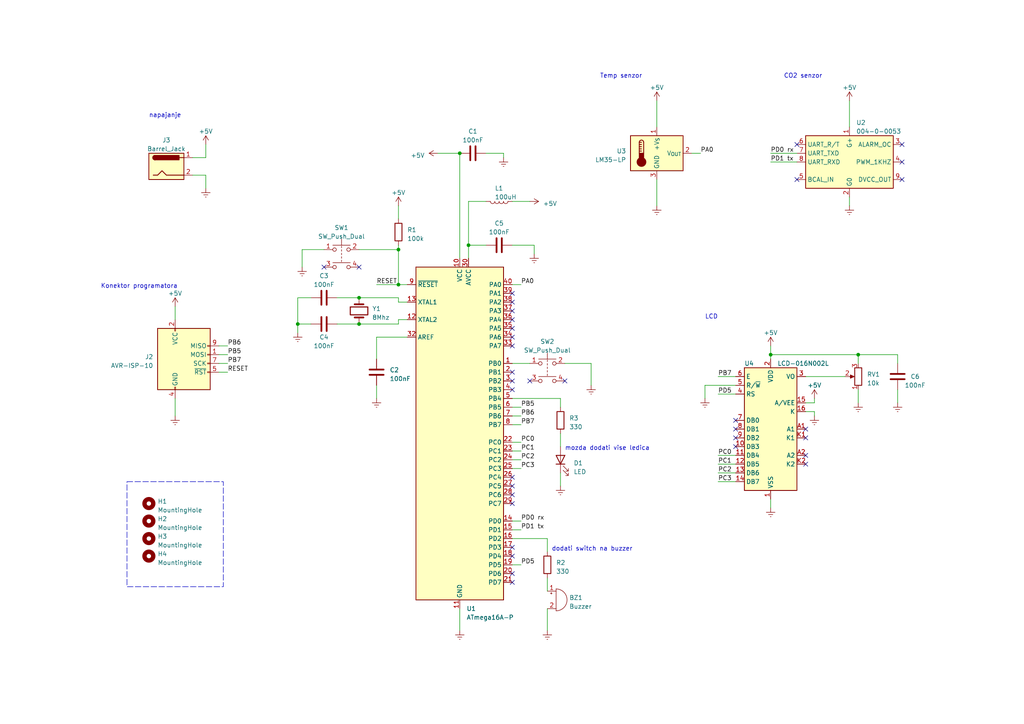
<source format=kicad_sch>
(kicad_sch (version 20230121) (generator eeschema)

  (uuid f5f65808-c44b-4ae0-b24e-fc9cc966e84a)

  (paper "A4")

  (lib_symbols
    (symbol "Connector:AVR-ISP-10" (pin_names (offset 1.016)) (in_bom yes) (on_board yes)
      (property "Reference" "J" (at -6.35 11.43 0)
        (effects (font (size 1.27 1.27)) (justify left))
      )
      (property "Value" "AVR-ISP-10" (at 0 11.43 0)
        (effects (font (size 1.27 1.27)) (justify left))
      )
      (property "Footprint" "" (at -6.35 1.27 90)
        (effects (font (size 1.27 1.27)) hide)
      )
      (property "Datasheet" " ~" (at -32.385 -13.97 0)
        (effects (font (size 1.27 1.27)) hide)
      )
      (property "ki_keywords" "AVR ISP Connector" (at 0 0 0)
        (effects (font (size 1.27 1.27)) hide)
      )
      (property "ki_description" "Atmel 10-pin ISP connector" (at 0 0 0)
        (effects (font (size 1.27 1.27)) hide)
      )
      (property "ki_fp_filters" "IDC?Header*2x05* Pin?Header*2x05*" (at 0 0 0)
        (effects (font (size 1.27 1.27)) hide)
      )
      (symbol "AVR-ISP-10_0_1"
        (rectangle (start -2.667 -6.858) (end -2.413 -7.62)
          (stroke (width 0) (type default))
          (fill (type none))
        )
        (rectangle (start -2.667 10.16) (end -2.413 9.398)
          (stroke (width 0) (type default))
          (fill (type none))
        )
        (rectangle (start 7.62 -2.413) (end 6.858 -2.667)
          (stroke (width 0) (type default))
          (fill (type none))
        )
        (rectangle (start 7.62 0.127) (end 6.858 -0.127)
          (stroke (width 0) (type default))
          (fill (type none))
        )
        (rectangle (start 7.62 2.667) (end 6.858 2.413)
          (stroke (width 0) (type default))
          (fill (type none))
        )
        (rectangle (start 7.62 5.207) (end 6.858 4.953)
          (stroke (width 0) (type default))
          (fill (type none))
        )
        (rectangle (start 7.62 10.16) (end -7.62 -7.62)
          (stroke (width 0.254) (type default))
          (fill (type background))
        )
      )
      (symbol "AVR-ISP-10_1_1"
        (pin passive line (at 10.16 2.54 180) (length 2.54)
          (name "MOSI" (effects (font (size 1.27 1.27))))
          (number "1" (effects (font (size 1.27 1.27))))
        )
        (pin passive line (at -2.54 -10.16 90) (length 2.54) hide
          (name "GND" (effects (font (size 1.27 1.27))))
          (number "10" (effects (font (size 1.27 1.27))))
        )
        (pin passive line (at -2.54 12.7 270) (length 2.54)
          (name "VCC" (effects (font (size 1.27 1.27))))
          (number "2" (effects (font (size 1.27 1.27))))
        )
        (pin no_connect line (at 7.62 -5.08 180) (length 2.54) hide
          (name "NC" (effects (font (size 1.27 1.27))))
          (number "3" (effects (font (size 1.27 1.27))))
        )
        (pin passive line (at -2.54 -10.16 90) (length 2.54)
          (name "GND" (effects (font (size 1.27 1.27))))
          (number "4" (effects (font (size 1.27 1.27))))
        )
        (pin passive line (at 10.16 -2.54 180) (length 2.54)
          (name "~{RST}" (effects (font (size 1.27 1.27))))
          (number "5" (effects (font (size 1.27 1.27))))
        )
        (pin passive line (at -2.54 -10.16 90) (length 2.54) hide
          (name "GND" (effects (font (size 1.27 1.27))))
          (number "6" (effects (font (size 1.27 1.27))))
        )
        (pin passive line (at 10.16 0 180) (length 2.54)
          (name "SCK" (effects (font (size 1.27 1.27))))
          (number "7" (effects (font (size 1.27 1.27))))
        )
        (pin passive line (at -2.54 -10.16 90) (length 2.54) hide
          (name "GND" (effects (font (size 1.27 1.27))))
          (number "8" (effects (font (size 1.27 1.27))))
        )
        (pin passive line (at 10.16 5.08 180) (length 2.54)
          (name "MISO" (effects (font (size 1.27 1.27))))
          (number "9" (effects (font (size 1.27 1.27))))
        )
      )
    )
    (symbol "Connector:Barrel_Jack" (pin_names (offset 1.016)) (in_bom yes) (on_board yes)
      (property "Reference" "J" (at 0 5.334 0)
        (effects (font (size 1.27 1.27)))
      )
      (property "Value" "Barrel_Jack" (at 0 -5.08 0)
        (effects (font (size 1.27 1.27)))
      )
      (property "Footprint" "" (at 1.27 -1.016 0)
        (effects (font (size 1.27 1.27)) hide)
      )
      (property "Datasheet" "~" (at 1.27 -1.016 0)
        (effects (font (size 1.27 1.27)) hide)
      )
      (property "ki_keywords" "DC power barrel jack connector" (at 0 0 0)
        (effects (font (size 1.27 1.27)) hide)
      )
      (property "ki_description" "DC Barrel Jack" (at 0 0 0)
        (effects (font (size 1.27 1.27)) hide)
      )
      (property "ki_fp_filters" "BarrelJack*" (at 0 0 0)
        (effects (font (size 1.27 1.27)) hide)
      )
      (symbol "Barrel_Jack_0_1"
        (rectangle (start -5.08 3.81) (end 5.08 -3.81)
          (stroke (width 0.254) (type default))
          (fill (type background))
        )
        (arc (start -3.302 3.175) (mid -3.9343 2.54) (end -3.302 1.905)
          (stroke (width 0.254) (type default))
          (fill (type none))
        )
        (arc (start -3.302 3.175) (mid -3.9343 2.54) (end -3.302 1.905)
          (stroke (width 0.254) (type default))
          (fill (type outline))
        )
        (polyline
          (pts
            (xy 5.08 2.54)
            (xy 3.81 2.54)
          )
          (stroke (width 0.254) (type default))
          (fill (type none))
        )
        (polyline
          (pts
            (xy -3.81 -2.54)
            (xy -2.54 -2.54)
            (xy -1.27 -1.27)
            (xy 0 -2.54)
            (xy 2.54 -2.54)
            (xy 5.08 -2.54)
          )
          (stroke (width 0.254) (type default))
          (fill (type none))
        )
        (rectangle (start 3.683 3.175) (end -3.302 1.905)
          (stroke (width 0.254) (type default))
          (fill (type outline))
        )
      )
      (symbol "Barrel_Jack_1_1"
        (pin passive line (at 7.62 2.54 180) (length 2.54)
          (name "~" (effects (font (size 1.27 1.27))))
          (number "1" (effects (font (size 1.27 1.27))))
        )
        (pin passive line (at 7.62 -2.54 180) (length 2.54)
          (name "~" (effects (font (size 1.27 1.27))))
          (number "2" (effects (font (size 1.27 1.27))))
        )
      )
    )
    (symbol "Device:Buzzer" (pin_names (offset 0.0254) hide) (in_bom yes) (on_board yes)
      (property "Reference" "BZ" (at 3.81 1.27 0)
        (effects (font (size 1.27 1.27)) (justify left))
      )
      (property "Value" "Buzzer" (at 3.81 -1.27 0)
        (effects (font (size 1.27 1.27)) (justify left))
      )
      (property "Footprint" "" (at -0.635 2.54 90)
        (effects (font (size 1.27 1.27)) hide)
      )
      (property "Datasheet" "~" (at -0.635 2.54 90)
        (effects (font (size 1.27 1.27)) hide)
      )
      (property "ki_keywords" "quartz resonator ceramic" (at 0 0 0)
        (effects (font (size 1.27 1.27)) hide)
      )
      (property "ki_description" "Buzzer, polarized" (at 0 0 0)
        (effects (font (size 1.27 1.27)) hide)
      )
      (property "ki_fp_filters" "*Buzzer*" (at 0 0 0)
        (effects (font (size 1.27 1.27)) hide)
      )
      (symbol "Buzzer_0_1"
        (arc (start 0 -3.175) (mid 3.1612 0) (end 0 3.175)
          (stroke (width 0) (type default))
          (fill (type none))
        )
        (polyline
          (pts
            (xy -1.651 1.905)
            (xy -1.143 1.905)
          )
          (stroke (width 0) (type default))
          (fill (type none))
        )
        (polyline
          (pts
            (xy -1.397 2.159)
            (xy -1.397 1.651)
          )
          (stroke (width 0) (type default))
          (fill (type none))
        )
        (polyline
          (pts
            (xy 0 3.175)
            (xy 0 -3.175)
          )
          (stroke (width 0) (type default))
          (fill (type none))
        )
      )
      (symbol "Buzzer_1_1"
        (pin passive line (at -2.54 2.54 0) (length 2.54)
          (name "-" (effects (font (size 1.27 1.27))))
          (number "1" (effects (font (size 1.27 1.27))))
        )
        (pin passive line (at -2.54 -2.54 0) (length 2.54)
          (name "+" (effects (font (size 1.27 1.27))))
          (number "2" (effects (font (size 1.27 1.27))))
        )
      )
    )
    (symbol "Device:C" (pin_numbers hide) (pin_names (offset 0.254)) (in_bom yes) (on_board yes)
      (property "Reference" "C" (at 0.635 2.54 0)
        (effects (font (size 1.27 1.27)) (justify left))
      )
      (property "Value" "C" (at 0.635 -2.54 0)
        (effects (font (size 1.27 1.27)) (justify left))
      )
      (property "Footprint" "" (at 0.9652 -3.81 0)
        (effects (font (size 1.27 1.27)) hide)
      )
      (property "Datasheet" "~" (at 0 0 0)
        (effects (font (size 1.27 1.27)) hide)
      )
      (property "ki_keywords" "cap capacitor" (at 0 0 0)
        (effects (font (size 1.27 1.27)) hide)
      )
      (property "ki_description" "Unpolarized capacitor" (at 0 0 0)
        (effects (font (size 1.27 1.27)) hide)
      )
      (property "ki_fp_filters" "C_*" (at 0 0 0)
        (effects (font (size 1.27 1.27)) hide)
      )
      (symbol "C_0_1"
        (polyline
          (pts
            (xy -2.032 -0.762)
            (xy 2.032 -0.762)
          )
          (stroke (width 0.508) (type default))
          (fill (type none))
        )
        (polyline
          (pts
            (xy -2.032 0.762)
            (xy 2.032 0.762)
          )
          (stroke (width 0.508) (type default))
          (fill (type none))
        )
      )
      (symbol "C_1_1"
        (pin passive line (at 0 3.81 270) (length 2.794)
          (name "~" (effects (font (size 1.27 1.27))))
          (number "1" (effects (font (size 1.27 1.27))))
        )
        (pin passive line (at 0 -3.81 90) (length 2.794)
          (name "~" (effects (font (size 1.27 1.27))))
          (number "2" (effects (font (size 1.27 1.27))))
        )
      )
    )
    (symbol "Device:Crystal" (pin_numbers hide) (pin_names (offset 1.016) hide) (in_bom yes) (on_board yes)
      (property "Reference" "Y" (at 0 3.81 0)
        (effects (font (size 1.27 1.27)))
      )
      (property "Value" "Crystal" (at 0 -3.81 0)
        (effects (font (size 1.27 1.27)))
      )
      (property "Footprint" "" (at 0 0 0)
        (effects (font (size 1.27 1.27)) hide)
      )
      (property "Datasheet" "~" (at 0 0 0)
        (effects (font (size 1.27 1.27)) hide)
      )
      (property "ki_keywords" "quartz ceramic resonator oscillator" (at 0 0 0)
        (effects (font (size 1.27 1.27)) hide)
      )
      (property "ki_description" "Two pin crystal" (at 0 0 0)
        (effects (font (size 1.27 1.27)) hide)
      )
      (property "ki_fp_filters" "Crystal*" (at 0 0 0)
        (effects (font (size 1.27 1.27)) hide)
      )
      (symbol "Crystal_0_1"
        (rectangle (start -1.143 2.54) (end 1.143 -2.54)
          (stroke (width 0.3048) (type default))
          (fill (type none))
        )
        (polyline
          (pts
            (xy -2.54 0)
            (xy -1.905 0)
          )
          (stroke (width 0) (type default))
          (fill (type none))
        )
        (polyline
          (pts
            (xy -1.905 -1.27)
            (xy -1.905 1.27)
          )
          (stroke (width 0.508) (type default))
          (fill (type none))
        )
        (polyline
          (pts
            (xy 1.905 -1.27)
            (xy 1.905 1.27)
          )
          (stroke (width 0.508) (type default))
          (fill (type none))
        )
        (polyline
          (pts
            (xy 2.54 0)
            (xy 1.905 0)
          )
          (stroke (width 0) (type default))
          (fill (type none))
        )
      )
      (symbol "Crystal_1_1"
        (pin passive line (at -3.81 0 0) (length 1.27)
          (name "1" (effects (font (size 1.27 1.27))))
          (number "1" (effects (font (size 1.27 1.27))))
        )
        (pin passive line (at 3.81 0 180) (length 1.27)
          (name "2" (effects (font (size 1.27 1.27))))
          (number "2" (effects (font (size 1.27 1.27))))
        )
      )
    )
    (symbol "Device:L" (pin_numbers hide) (pin_names (offset 1.016) hide) (in_bom yes) (on_board yes)
      (property "Reference" "L" (at -1.27 0 90)
        (effects (font (size 1.27 1.27)))
      )
      (property "Value" "L" (at 1.905 0 90)
        (effects (font (size 1.27 1.27)))
      )
      (property "Footprint" "" (at 0 0 0)
        (effects (font (size 1.27 1.27)) hide)
      )
      (property "Datasheet" "~" (at 0 0 0)
        (effects (font (size 1.27 1.27)) hide)
      )
      (property "ki_keywords" "inductor choke coil reactor magnetic" (at 0 0 0)
        (effects (font (size 1.27 1.27)) hide)
      )
      (property "ki_description" "Inductor" (at 0 0 0)
        (effects (font (size 1.27 1.27)) hide)
      )
      (property "ki_fp_filters" "Choke_* *Coil* Inductor_* L_*" (at 0 0 0)
        (effects (font (size 1.27 1.27)) hide)
      )
      (symbol "L_0_1"
        (arc (start 0 -2.54) (mid 0.6323 -1.905) (end 0 -1.27)
          (stroke (width 0) (type default))
          (fill (type none))
        )
        (arc (start 0 -1.27) (mid 0.6323 -0.635) (end 0 0)
          (stroke (width 0) (type default))
          (fill (type none))
        )
        (arc (start 0 0) (mid 0.6323 0.635) (end 0 1.27)
          (stroke (width 0) (type default))
          (fill (type none))
        )
        (arc (start 0 1.27) (mid 0.6323 1.905) (end 0 2.54)
          (stroke (width 0) (type default))
          (fill (type none))
        )
      )
      (symbol "L_1_1"
        (pin passive line (at 0 3.81 270) (length 1.27)
          (name "1" (effects (font (size 1.27 1.27))))
          (number "1" (effects (font (size 1.27 1.27))))
        )
        (pin passive line (at 0 -3.81 90) (length 1.27)
          (name "2" (effects (font (size 1.27 1.27))))
          (number "2" (effects (font (size 1.27 1.27))))
        )
      )
    )
    (symbol "Device:LED" (pin_numbers hide) (pin_names (offset 1.016) hide) (in_bom yes) (on_board yes)
      (property "Reference" "D" (at 0 2.54 0)
        (effects (font (size 1.27 1.27)))
      )
      (property "Value" "LED" (at 0 -2.54 0)
        (effects (font (size 1.27 1.27)))
      )
      (property "Footprint" "" (at 0 0 0)
        (effects (font (size 1.27 1.27)) hide)
      )
      (property "Datasheet" "~" (at 0 0 0)
        (effects (font (size 1.27 1.27)) hide)
      )
      (property "ki_keywords" "LED diode" (at 0 0 0)
        (effects (font (size 1.27 1.27)) hide)
      )
      (property "ki_description" "Light emitting diode" (at 0 0 0)
        (effects (font (size 1.27 1.27)) hide)
      )
      (property "ki_fp_filters" "LED* LED_SMD:* LED_THT:*" (at 0 0 0)
        (effects (font (size 1.27 1.27)) hide)
      )
      (symbol "LED_0_1"
        (polyline
          (pts
            (xy -1.27 -1.27)
            (xy -1.27 1.27)
          )
          (stroke (width 0.254) (type default))
          (fill (type none))
        )
        (polyline
          (pts
            (xy -1.27 0)
            (xy 1.27 0)
          )
          (stroke (width 0) (type default))
          (fill (type none))
        )
        (polyline
          (pts
            (xy 1.27 -1.27)
            (xy 1.27 1.27)
            (xy -1.27 0)
            (xy 1.27 -1.27)
          )
          (stroke (width 0.254) (type default))
          (fill (type none))
        )
        (polyline
          (pts
            (xy -3.048 -0.762)
            (xy -4.572 -2.286)
            (xy -3.81 -2.286)
            (xy -4.572 -2.286)
            (xy -4.572 -1.524)
          )
          (stroke (width 0) (type default))
          (fill (type none))
        )
        (polyline
          (pts
            (xy -1.778 -0.762)
            (xy -3.302 -2.286)
            (xy -2.54 -2.286)
            (xy -3.302 -2.286)
            (xy -3.302 -1.524)
          )
          (stroke (width 0) (type default))
          (fill (type none))
        )
      )
      (symbol "LED_1_1"
        (pin passive line (at -3.81 0 0) (length 2.54)
          (name "K" (effects (font (size 1.27 1.27))))
          (number "1" (effects (font (size 1.27 1.27))))
        )
        (pin passive line (at 3.81 0 180) (length 2.54)
          (name "A" (effects (font (size 1.27 1.27))))
          (number "2" (effects (font (size 1.27 1.27))))
        )
      )
    )
    (symbol "Device:R" (pin_numbers hide) (pin_names (offset 0)) (in_bom yes) (on_board yes)
      (property "Reference" "R" (at 2.032 0 90)
        (effects (font (size 1.27 1.27)))
      )
      (property "Value" "R" (at 0 0 90)
        (effects (font (size 1.27 1.27)))
      )
      (property "Footprint" "" (at -1.778 0 90)
        (effects (font (size 1.27 1.27)) hide)
      )
      (property "Datasheet" "~" (at 0 0 0)
        (effects (font (size 1.27 1.27)) hide)
      )
      (property "ki_keywords" "R res resistor" (at 0 0 0)
        (effects (font (size 1.27 1.27)) hide)
      )
      (property "ki_description" "Resistor" (at 0 0 0)
        (effects (font (size 1.27 1.27)) hide)
      )
      (property "ki_fp_filters" "R_*" (at 0 0 0)
        (effects (font (size 1.27 1.27)) hide)
      )
      (symbol "R_0_1"
        (rectangle (start -1.016 -2.54) (end 1.016 2.54)
          (stroke (width 0.254) (type default))
          (fill (type none))
        )
      )
      (symbol "R_1_1"
        (pin passive line (at 0 3.81 270) (length 1.27)
          (name "~" (effects (font (size 1.27 1.27))))
          (number "1" (effects (font (size 1.27 1.27))))
        )
        (pin passive line (at 0 -3.81 90) (length 1.27)
          (name "~" (effects (font (size 1.27 1.27))))
          (number "2" (effects (font (size 1.27 1.27))))
        )
      )
    )
    (symbol "Device:R_Potentiometer" (pin_names (offset 1.016) hide) (in_bom yes) (on_board yes)
      (property "Reference" "RV" (at -4.445 0 90)
        (effects (font (size 1.27 1.27)))
      )
      (property "Value" "R_Potentiometer" (at -2.54 0 90)
        (effects (font (size 1.27 1.27)))
      )
      (property "Footprint" "" (at 0 0 0)
        (effects (font (size 1.27 1.27)) hide)
      )
      (property "Datasheet" "~" (at 0 0 0)
        (effects (font (size 1.27 1.27)) hide)
      )
      (property "ki_keywords" "resistor variable" (at 0 0 0)
        (effects (font (size 1.27 1.27)) hide)
      )
      (property "ki_description" "Potentiometer" (at 0 0 0)
        (effects (font (size 1.27 1.27)) hide)
      )
      (property "ki_fp_filters" "Potentiometer*" (at 0 0 0)
        (effects (font (size 1.27 1.27)) hide)
      )
      (symbol "R_Potentiometer_0_1"
        (polyline
          (pts
            (xy 2.54 0)
            (xy 1.524 0)
          )
          (stroke (width 0) (type default))
          (fill (type none))
        )
        (polyline
          (pts
            (xy 1.143 0)
            (xy 2.286 0.508)
            (xy 2.286 -0.508)
            (xy 1.143 0)
          )
          (stroke (width 0) (type default))
          (fill (type outline))
        )
        (rectangle (start 1.016 2.54) (end -1.016 -2.54)
          (stroke (width 0.254) (type default))
          (fill (type none))
        )
      )
      (symbol "R_Potentiometer_1_1"
        (pin passive line (at 0 3.81 270) (length 1.27)
          (name "1" (effects (font (size 1.27 1.27))))
          (number "1" (effects (font (size 1.27 1.27))))
        )
        (pin passive line (at 3.81 0 180) (length 1.27)
          (name "2" (effects (font (size 1.27 1.27))))
          (number "2" (effects (font (size 1.27 1.27))))
        )
        (pin passive line (at 0 -3.81 90) (length 1.27)
          (name "3" (effects (font (size 1.27 1.27))))
          (number "3" (effects (font (size 1.27 1.27))))
        )
      )
    )
    (symbol "Display_Character:LCD-016N002L" (in_bom yes) (on_board yes)
      (property "Reference" "U" (at -6.35 18.796 0)
        (effects (font (size 1.27 1.27)))
      )
      (property "Value" "LCD-016N002L" (at 8.636 18.796 0)
        (effects (font (size 1.27 1.27)))
      )
      (property "Footprint" "Display:LCD-016N002L" (at 0.508 -23.368 0)
        (effects (font (size 1.27 1.27)) hide)
      )
      (property "Datasheet" "http://www.vishay.com/docs/37299/37299.pdf" (at 12.7 -7.62 0)
        (effects (font (size 1.27 1.27)) hide)
      )
      (property "ki_keywords" "display LCD dot-matrix" (at 0 0 0)
        (effects (font (size 1.27 1.27)) hide)
      )
      (property "ki_description" "LCD 12x2, 8 bit parallel bus, 3V or 5V VDD" (at 0 0 0)
        (effects (font (size 1.27 1.27)) hide)
      )
      (property "ki_fp_filters" "*LCD*016N002L*" (at 0 0 0)
        (effects (font (size 1.27 1.27)) hide)
      )
      (symbol "LCD-016N002L_1_1"
        (rectangle (start -7.62 17.78) (end 7.62 -17.78)
          (stroke (width 0.254) (type default))
          (fill (type background))
        )
        (pin power_in line (at 0 -20.32 90) (length 2.54)
          (name "VSS" (effects (font (size 1.27 1.27))))
          (number "1" (effects (font (size 1.27 1.27))))
        )
        (pin bidirectional line (at -10.16 -5.08 0) (length 2.54)
          (name "DB3" (effects (font (size 1.27 1.27))))
          (number "10" (effects (font (size 1.27 1.27))))
        )
        (pin bidirectional line (at -10.16 -7.62 0) (length 2.54)
          (name "DB4" (effects (font (size 1.27 1.27))))
          (number "11" (effects (font (size 1.27 1.27))))
        )
        (pin bidirectional line (at -10.16 -10.16 0) (length 2.54)
          (name "DB5" (effects (font (size 1.27 1.27))))
          (number "12" (effects (font (size 1.27 1.27))))
        )
        (pin bidirectional line (at -10.16 -12.7 0) (length 2.54)
          (name "DB6" (effects (font (size 1.27 1.27))))
          (number "13" (effects (font (size 1.27 1.27))))
        )
        (pin bidirectional line (at -10.16 -15.24 0) (length 2.54)
          (name "DB7" (effects (font (size 1.27 1.27))))
          (number "14" (effects (font (size 1.27 1.27))))
        )
        (pin power_in line (at 10.16 7.62 180) (length 2.54)
          (name "A/VEE" (effects (font (size 1.27 1.27))))
          (number "15" (effects (font (size 1.27 1.27))))
        )
        (pin power_in line (at 10.16 5.08 180) (length 2.54)
          (name "K" (effects (font (size 1.27 1.27))))
          (number "16" (effects (font (size 1.27 1.27))))
        )
        (pin power_in line (at 0 20.32 270) (length 2.54)
          (name "VDD" (effects (font (size 1.27 1.27))))
          (number "2" (effects (font (size 1.27 1.27))))
        )
        (pin input line (at 10.16 15.24 180) (length 2.54)
          (name "VO" (effects (font (size 1.27 1.27))))
          (number "3" (effects (font (size 1.27 1.27))))
        )
        (pin input line (at -10.16 10.16 0) (length 2.54)
          (name "RS" (effects (font (size 1.27 1.27))))
          (number "4" (effects (font (size 1.27 1.27))))
        )
        (pin input line (at -10.16 12.7 0) (length 2.54)
          (name "R/~{W}" (effects (font (size 1.27 1.27))))
          (number "5" (effects (font (size 1.27 1.27))))
        )
        (pin input line (at -10.16 15.24 0) (length 2.54)
          (name "E" (effects (font (size 1.27 1.27))))
          (number "6" (effects (font (size 1.27 1.27))))
        )
        (pin bidirectional line (at -10.16 2.54 0) (length 2.54)
          (name "DB0" (effects (font (size 1.27 1.27))))
          (number "7" (effects (font (size 1.27 1.27))))
        )
        (pin bidirectional line (at -10.16 0 0) (length 2.54)
          (name "DB1" (effects (font (size 1.27 1.27))))
          (number "8" (effects (font (size 1.27 1.27))))
        )
        (pin bidirectional line (at -10.16 -2.54 0) (length 2.54)
          (name "DB2" (effects (font (size 1.27 1.27))))
          (number "9" (effects (font (size 1.27 1.27))))
        )
        (pin power_in line (at 10.16 0 180) (length 2.54)
          (name "A1" (effects (font (size 1.27 1.27))))
          (number "A1" (effects (font (size 1.27 1.27))))
        )
        (pin power_in line (at 10.16 -7.62 180) (length 2.54)
          (name "A2" (effects (font (size 1.27 1.27))))
          (number "A2" (effects (font (size 1.27 1.27))))
        )
        (pin power_in line (at 10.16 -2.54 180) (length 2.54)
          (name "K1" (effects (font (size 1.27 1.27))))
          (number "K1" (effects (font (size 1.27 1.27))))
        )
        (pin power_in line (at 10.16 -10.16 180) (length 2.54)
          (name "K2" (effects (font (size 1.27 1.27))))
          (number "K2" (effects (font (size 1.27 1.27))))
        )
      )
    )
    (symbol "MCU_Microchip_ATmega:ATmega16A-P" (in_bom yes) (on_board yes)
      (property "Reference" "U" (at -12.7 49.53 0)
        (effects (font (size 1.27 1.27)) (justify left bottom))
      )
      (property "Value" "ATmega16A-P" (at 2.54 -49.53 0)
        (effects (font (size 1.27 1.27)) (justify left top))
      )
      (property "Footprint" "Package_DIP:DIP-40_W15.24mm" (at 0 0 0)
        (effects (font (size 1.27 1.27) italic) hide)
      )
      (property "Datasheet" "http://ww1.microchip.com/downloads/en/DeviceDoc/Atmel-8154-8-bit-AVR-ATmega16A_Datasheet.pdf" (at 0 0 0)
        (effects (font (size 1.27 1.27)) hide)
      )
      (property "ki_keywords" "AVR 8bit Microcontroller MegaAVR" (at 0 0 0)
        (effects (font (size 1.27 1.27)) hide)
      )
      (property "ki_description" "16MHz, 16kB Flash, 1kB SRAM, 512B EEPROM, JTAG, DIP-40" (at 0 0 0)
        (effects (font (size 1.27 1.27)) hide)
      )
      (property "ki_fp_filters" "DIP*W15.24mm*" (at 0 0 0)
        (effects (font (size 1.27 1.27)) hide)
      )
      (symbol "ATmega16A-P_0_1"
        (rectangle (start -12.7 -48.26) (end 12.7 48.26)
          (stroke (width 0.254) (type default))
          (fill (type background))
        )
      )
      (symbol "ATmega16A-P_1_1"
        (pin bidirectional line (at 15.24 20.32 180) (length 2.54)
          (name "PB0" (effects (font (size 1.27 1.27))))
          (number "1" (effects (font (size 1.27 1.27))))
        )
        (pin power_in line (at 0 50.8 270) (length 2.54)
          (name "VCC" (effects (font (size 1.27 1.27))))
          (number "10" (effects (font (size 1.27 1.27))))
        )
        (pin power_in line (at 0 -50.8 90) (length 2.54)
          (name "GND" (effects (font (size 1.27 1.27))))
          (number "11" (effects (font (size 1.27 1.27))))
        )
        (pin output line (at -15.24 33.02 0) (length 2.54)
          (name "XTAL2" (effects (font (size 1.27 1.27))))
          (number "12" (effects (font (size 1.27 1.27))))
        )
        (pin input line (at -15.24 38.1 0) (length 2.54)
          (name "XTAL1" (effects (font (size 1.27 1.27))))
          (number "13" (effects (font (size 1.27 1.27))))
        )
        (pin bidirectional line (at 15.24 -25.4 180) (length 2.54)
          (name "PD0" (effects (font (size 1.27 1.27))))
          (number "14" (effects (font (size 1.27 1.27))))
        )
        (pin bidirectional line (at 15.24 -27.94 180) (length 2.54)
          (name "PD1" (effects (font (size 1.27 1.27))))
          (number "15" (effects (font (size 1.27 1.27))))
        )
        (pin bidirectional line (at 15.24 -30.48 180) (length 2.54)
          (name "PD2" (effects (font (size 1.27 1.27))))
          (number "16" (effects (font (size 1.27 1.27))))
        )
        (pin bidirectional line (at 15.24 -33.02 180) (length 2.54)
          (name "PD3" (effects (font (size 1.27 1.27))))
          (number "17" (effects (font (size 1.27 1.27))))
        )
        (pin bidirectional line (at 15.24 -35.56 180) (length 2.54)
          (name "PD4" (effects (font (size 1.27 1.27))))
          (number "18" (effects (font (size 1.27 1.27))))
        )
        (pin bidirectional line (at 15.24 -38.1 180) (length 2.54)
          (name "PD5" (effects (font (size 1.27 1.27))))
          (number "19" (effects (font (size 1.27 1.27))))
        )
        (pin bidirectional line (at 15.24 17.78 180) (length 2.54)
          (name "PB1" (effects (font (size 1.27 1.27))))
          (number "2" (effects (font (size 1.27 1.27))))
        )
        (pin bidirectional line (at 15.24 -40.64 180) (length 2.54)
          (name "PD6" (effects (font (size 1.27 1.27))))
          (number "20" (effects (font (size 1.27 1.27))))
        )
        (pin bidirectional line (at 15.24 -43.18 180) (length 2.54)
          (name "PD7" (effects (font (size 1.27 1.27))))
          (number "21" (effects (font (size 1.27 1.27))))
        )
        (pin bidirectional line (at 15.24 -2.54 180) (length 2.54)
          (name "PC0" (effects (font (size 1.27 1.27))))
          (number "22" (effects (font (size 1.27 1.27))))
        )
        (pin bidirectional line (at 15.24 -5.08 180) (length 2.54)
          (name "PC1" (effects (font (size 1.27 1.27))))
          (number "23" (effects (font (size 1.27 1.27))))
        )
        (pin bidirectional line (at 15.24 -7.62 180) (length 2.54)
          (name "PC2" (effects (font (size 1.27 1.27))))
          (number "24" (effects (font (size 1.27 1.27))))
        )
        (pin bidirectional line (at 15.24 -10.16 180) (length 2.54)
          (name "PC3" (effects (font (size 1.27 1.27))))
          (number "25" (effects (font (size 1.27 1.27))))
        )
        (pin bidirectional line (at 15.24 -12.7 180) (length 2.54)
          (name "PC4" (effects (font (size 1.27 1.27))))
          (number "26" (effects (font (size 1.27 1.27))))
        )
        (pin bidirectional line (at 15.24 -15.24 180) (length 2.54)
          (name "PC5" (effects (font (size 1.27 1.27))))
          (number "27" (effects (font (size 1.27 1.27))))
        )
        (pin bidirectional line (at 15.24 -17.78 180) (length 2.54)
          (name "PC6" (effects (font (size 1.27 1.27))))
          (number "28" (effects (font (size 1.27 1.27))))
        )
        (pin bidirectional line (at 15.24 -20.32 180) (length 2.54)
          (name "PC7" (effects (font (size 1.27 1.27))))
          (number "29" (effects (font (size 1.27 1.27))))
        )
        (pin bidirectional line (at 15.24 15.24 180) (length 2.54)
          (name "PB2" (effects (font (size 1.27 1.27))))
          (number "3" (effects (font (size 1.27 1.27))))
        )
        (pin power_in line (at 2.54 50.8 270) (length 2.54)
          (name "AVCC" (effects (font (size 1.27 1.27))))
          (number "30" (effects (font (size 1.27 1.27))))
        )
        (pin passive line (at 0 -50.8 90) (length 2.54) hide
          (name "GND" (effects (font (size 1.27 1.27))))
          (number "31" (effects (font (size 1.27 1.27))))
        )
        (pin passive line (at -15.24 27.94 0) (length 2.54)
          (name "AREF" (effects (font (size 1.27 1.27))))
          (number "32" (effects (font (size 1.27 1.27))))
        )
        (pin bidirectional line (at 15.24 25.4 180) (length 2.54)
          (name "PA7" (effects (font (size 1.27 1.27))))
          (number "33" (effects (font (size 1.27 1.27))))
        )
        (pin bidirectional line (at 15.24 27.94 180) (length 2.54)
          (name "PA6" (effects (font (size 1.27 1.27))))
          (number "34" (effects (font (size 1.27 1.27))))
        )
        (pin bidirectional line (at 15.24 30.48 180) (length 2.54)
          (name "PA5" (effects (font (size 1.27 1.27))))
          (number "35" (effects (font (size 1.27 1.27))))
        )
        (pin bidirectional line (at 15.24 33.02 180) (length 2.54)
          (name "PA4" (effects (font (size 1.27 1.27))))
          (number "36" (effects (font (size 1.27 1.27))))
        )
        (pin bidirectional line (at 15.24 35.56 180) (length 2.54)
          (name "PA3" (effects (font (size 1.27 1.27))))
          (number "37" (effects (font (size 1.27 1.27))))
        )
        (pin bidirectional line (at 15.24 38.1 180) (length 2.54)
          (name "PA2" (effects (font (size 1.27 1.27))))
          (number "38" (effects (font (size 1.27 1.27))))
        )
        (pin bidirectional line (at 15.24 40.64 180) (length 2.54)
          (name "PA1" (effects (font (size 1.27 1.27))))
          (number "39" (effects (font (size 1.27 1.27))))
        )
        (pin bidirectional line (at 15.24 12.7 180) (length 2.54)
          (name "PB3" (effects (font (size 1.27 1.27))))
          (number "4" (effects (font (size 1.27 1.27))))
        )
        (pin bidirectional line (at 15.24 43.18 180) (length 2.54)
          (name "PA0" (effects (font (size 1.27 1.27))))
          (number "40" (effects (font (size 1.27 1.27))))
        )
        (pin bidirectional line (at 15.24 10.16 180) (length 2.54)
          (name "PB4" (effects (font (size 1.27 1.27))))
          (number "5" (effects (font (size 1.27 1.27))))
        )
        (pin bidirectional line (at 15.24 7.62 180) (length 2.54)
          (name "PB5" (effects (font (size 1.27 1.27))))
          (number "6" (effects (font (size 1.27 1.27))))
        )
        (pin bidirectional line (at 15.24 5.08 180) (length 2.54)
          (name "PB6" (effects (font (size 1.27 1.27))))
          (number "7" (effects (font (size 1.27 1.27))))
        )
        (pin bidirectional line (at 15.24 2.54 180) (length 2.54)
          (name "PB7" (effects (font (size 1.27 1.27))))
          (number "8" (effects (font (size 1.27 1.27))))
        )
        (pin input line (at -15.24 43.18 0) (length 2.54)
          (name "~{RESET}" (effects (font (size 1.27 1.27))))
          (number "9" (effects (font (size 1.27 1.27))))
        )
      )
    )
    (symbol "Mechanical:MountingHole" (pin_names (offset 1.016)) (in_bom yes) (on_board yes)
      (property "Reference" "H" (at 0 5.08 0)
        (effects (font (size 1.27 1.27)))
      )
      (property "Value" "MountingHole" (at 0 3.175 0)
        (effects (font (size 1.27 1.27)))
      )
      (property "Footprint" "" (at 0 0 0)
        (effects (font (size 1.27 1.27)) hide)
      )
      (property "Datasheet" "~" (at 0 0 0)
        (effects (font (size 1.27 1.27)) hide)
      )
      (property "ki_keywords" "mounting hole" (at 0 0 0)
        (effects (font (size 1.27 1.27)) hide)
      )
      (property "ki_description" "Mounting Hole without connection" (at 0 0 0)
        (effects (font (size 1.27 1.27)) hide)
      )
      (property "ki_fp_filters" "MountingHole*" (at 0 0 0)
        (effects (font (size 1.27 1.27)) hide)
      )
      (symbol "MountingHole_0_1"
        (circle (center 0 0) (radius 1.27)
          (stroke (width 1.27) (type default))
          (fill (type none))
        )
      )
    )
    (symbol "Sensor_Gas:004-0-0053" (in_bom yes) (on_board yes)
      (property "Reference" "U" (at -11.43 8.89 0)
        (effects (font (size 1.27 1.27)))
      )
      (property "Value" "004-0-0053" (at 7.62 8.89 0)
        (effects (font (size 1.27 1.27)))
      )
      (property "Footprint" "" (at 0 0 0)
        (effects (font (size 1.27 1.27)) hide)
      )
      (property "Datasheet" "https://rmtplusstoragesenseair.blob.core.windows.net/docs/publicerat/PSP126.pdf" (at 0 0 0)
        (effects (font (size 1.27 1.27)) hide)
      )
      (property "ki_keywords" "Senseair co2 gas sensor pwm modbus" (at 0 0 0)
        (effects (font (size 1.27 1.27)) hide)
      )
      (property "ki_description" "S8 LP, CO2 sensor, 400-2000 PPM, 1kHz PWM output, Modbus, THT" (at 0 0 0)
        (effects (font (size 1.27 1.27)) hide)
      )
      (property "ki_fp_filters" "Senseair*S8*" (at 0 0 0)
        (effects (font (size 1.27 1.27)) hide)
      )
      (symbol "004-0-0053_0_1"
        (rectangle (start -12.7 7.62) (end 12.7 -7.62)
          (stroke (width 0.254) (type default))
          (fill (type background))
        )
      )
      (symbol "004-0-0053_1_1"
        (pin power_in line (at 0 10.16 270) (length 2.54)
          (name "G+" (effects (font (size 1.27 1.27))))
          (number "1" (effects (font (size 1.27 1.27))))
        )
        (pin power_in line (at 0 -10.16 90) (length 2.54)
          (name "G0" (effects (font (size 1.27 1.27))))
          (number "2" (effects (font (size 1.27 1.27))))
        )
        (pin open_collector line (at 15.24 5.08 180) (length 2.54)
          (name "ALARM_OC" (effects (font (size 1.27 1.27))))
          (number "3" (effects (font (size 1.27 1.27))))
        )
        (pin output line (at 15.24 0 180) (length 2.54)
          (name "PWM_1KHZ" (effects (font (size 1.27 1.27))))
          (number "4" (effects (font (size 1.27 1.27))))
        )
        (pin input line (at -15.24 -5.08 0) (length 2.54)
          (name "BCAL_IN" (effects (font (size 1.27 1.27))))
          (number "5" (effects (font (size 1.27 1.27))))
        )
        (pin output line (at -15.24 5.08 0) (length 2.54)
          (name "UART_R/T" (effects (font (size 1.27 1.27))))
          (number "6" (effects (font (size 1.27 1.27))))
        )
        (pin output line (at -15.24 2.54 0) (length 2.54)
          (name "UART_TXD" (effects (font (size 1.27 1.27))))
          (number "7" (effects (font (size 1.27 1.27))))
        )
        (pin input line (at -15.24 0 0) (length 2.54)
          (name "UART_RXD" (effects (font (size 1.27 1.27))))
          (number "8" (effects (font (size 1.27 1.27))))
        )
        (pin power_out line (at 15.24 -5.08 180) (length 2.54)
          (name "DVCC_OUT" (effects (font (size 1.27 1.27))))
          (number "9" (effects (font (size 1.27 1.27))))
        )
      )
    )
    (symbol "Sensor_Temperature:LM35-LP" (in_bom yes) (on_board yes)
      (property "Reference" "U" (at -6.35 6.35 0)
        (effects (font (size 1.27 1.27)))
      )
      (property "Value" "LM35-LP" (at 1.27 6.35 0)
        (effects (font (size 1.27 1.27)) (justify left))
      )
      (property "Footprint" "Package_TO_SOT_THT:TO-92_Inline" (at 1.27 -6.35 0)
        (effects (font (size 1.27 1.27)) (justify left) hide)
      )
      (property "Datasheet" "http://www.ti.com/lit/ds/symlink/lm35.pdf" (at 0 0 0)
        (effects (font (size 1.27 1.27)) hide)
      )
      (property "ki_keywords" "temperature sensor thermistor" (at 0 0 0)
        (effects (font (size 1.27 1.27)) hide)
      )
      (property "ki_description" "Precision centigrade temperature sensor, TO-92" (at 0 0 0)
        (effects (font (size 1.27 1.27)) hide)
      )
      (property "ki_fp_filters" "TO?92*" (at 0 0 0)
        (effects (font (size 1.27 1.27)) hide)
      )
      (symbol "LM35-LP_0_1"
        (rectangle (start -7.62 5.08) (end 7.62 -5.08)
          (stroke (width 0.254) (type default))
          (fill (type background))
        )
        (circle (center -4.445 -2.54) (radius 1.27)
          (stroke (width 0.254) (type default))
          (fill (type outline))
        )
        (rectangle (start -3.81 -1.905) (end -5.08 0)
          (stroke (width 0.254) (type default))
          (fill (type outline))
        )
        (arc (start -3.81 3.175) (mid -4.445 3.8073) (end -5.08 3.175)
          (stroke (width 0.254) (type default))
          (fill (type none))
        )
        (polyline
          (pts
            (xy -5.08 0.635)
            (xy -4.445 0.635)
          )
          (stroke (width 0.254) (type default))
          (fill (type none))
        )
        (polyline
          (pts
            (xy -5.08 1.27)
            (xy -4.445 1.27)
          )
          (stroke (width 0.254) (type default))
          (fill (type none))
        )
        (polyline
          (pts
            (xy -5.08 1.905)
            (xy -4.445 1.905)
          )
          (stroke (width 0.254) (type default))
          (fill (type none))
        )
        (polyline
          (pts
            (xy -5.08 2.54)
            (xy -4.445 2.54)
          )
          (stroke (width 0.254) (type default))
          (fill (type none))
        )
        (polyline
          (pts
            (xy -5.08 3.175)
            (xy -5.08 0)
          )
          (stroke (width 0.254) (type default))
          (fill (type none))
        )
        (polyline
          (pts
            (xy -5.08 3.175)
            (xy -4.445 3.175)
          )
          (stroke (width 0.254) (type default))
          (fill (type none))
        )
        (polyline
          (pts
            (xy -3.81 3.175)
            (xy -3.81 0)
          )
          (stroke (width 0.254) (type default))
          (fill (type none))
        )
      )
      (symbol "LM35-LP_1_1"
        (pin power_in line (at 0 7.62 270) (length 2.54)
          (name "+V_{S}" (effects (font (size 1.27 1.27))))
          (number "1" (effects (font (size 1.27 1.27))))
        )
        (pin output line (at 10.16 0 180) (length 2.54)
          (name "V_{OUT}" (effects (font (size 1.27 1.27))))
          (number "2" (effects (font (size 1.27 1.27))))
        )
        (pin power_in line (at 0 -7.62 90) (length 2.54)
          (name "GND" (effects (font (size 1.27 1.27))))
          (number "3" (effects (font (size 1.27 1.27))))
        )
      )
    )
    (symbol "Switch:SW_Push_Dual" (pin_names (offset 1.016) hide) (in_bom yes) (on_board yes)
      (property "Reference" "SW" (at 1.27 2.54 0)
        (effects (font (size 1.27 1.27)) (justify left))
      )
      (property "Value" "SW_Push_Dual" (at 0 -6.858 0)
        (effects (font (size 1.27 1.27)))
      )
      (property "Footprint" "" (at 0 5.08 0)
        (effects (font (size 1.27 1.27)) hide)
      )
      (property "Datasheet" "~" (at 0 5.08 0)
        (effects (font (size 1.27 1.27)) hide)
      )
      (property "ki_keywords" "switch normally-open pushbutton push-button" (at 0 0 0)
        (effects (font (size 1.27 1.27)) hide)
      )
      (property "ki_description" "Push button switch, generic, symbol, four pins" (at 0 0 0)
        (effects (font (size 1.27 1.27)) hide)
      )
      (symbol "SW_Push_Dual_0_1"
        (circle (center -2.032 -5.08) (radius 0.508)
          (stroke (width 0) (type default))
          (fill (type none))
        )
        (circle (center -2.032 0) (radius 0.508)
          (stroke (width 0) (type default))
          (fill (type none))
        )
        (polyline
          (pts
            (xy 0 -3.048)
            (xy 0 -3.556)
          )
          (stroke (width 0) (type default))
          (fill (type none))
        )
        (polyline
          (pts
            (xy 0 -2.032)
            (xy 0 -2.54)
          )
          (stroke (width 0) (type default))
          (fill (type none))
        )
        (polyline
          (pts
            (xy 0 -1.524)
            (xy 0 -1.016)
          )
          (stroke (width 0) (type default))
          (fill (type none))
        )
        (polyline
          (pts
            (xy 0 -0.508)
            (xy 0 0)
          )
          (stroke (width 0) (type default))
          (fill (type none))
        )
        (polyline
          (pts
            (xy 0 0.508)
            (xy 0 1.016)
          )
          (stroke (width 0) (type default))
          (fill (type none))
        )
        (polyline
          (pts
            (xy 0 1.27)
            (xy 0 3.048)
          )
          (stroke (width 0) (type default))
          (fill (type none))
        )
        (polyline
          (pts
            (xy 2.54 -3.81)
            (xy -2.54 -3.81)
          )
          (stroke (width 0) (type default))
          (fill (type none))
        )
        (polyline
          (pts
            (xy 2.54 1.27)
            (xy -2.54 1.27)
          )
          (stroke (width 0) (type default))
          (fill (type none))
        )
        (circle (center 2.032 -5.08) (radius 0.508)
          (stroke (width 0) (type default))
          (fill (type none))
        )
        (circle (center 2.032 0) (radius 0.508)
          (stroke (width 0) (type default))
          (fill (type none))
        )
        (pin passive line (at -5.08 0 0) (length 2.54)
          (name "1" (effects (font (size 1.27 1.27))))
          (number "1" (effects (font (size 1.27 1.27))))
        )
        (pin passive line (at 5.08 0 180) (length 2.54)
          (name "2" (effects (font (size 1.27 1.27))))
          (number "2" (effects (font (size 1.27 1.27))))
        )
        (pin passive line (at -5.08 -5.08 0) (length 2.54)
          (name "3" (effects (font (size 1.27 1.27))))
          (number "3" (effects (font (size 1.27 1.27))))
        )
        (pin passive line (at 5.08 -5.08 180) (length 2.54)
          (name "4" (effects (font (size 1.27 1.27))))
          (number "4" (effects (font (size 1.27 1.27))))
        )
      )
    )
    (symbol "power:+5V" (power) (pin_names (offset 0)) (in_bom yes) (on_board yes)
      (property "Reference" "#PWR" (at 0 -3.81 0)
        (effects (font (size 1.27 1.27)) hide)
      )
      (property "Value" "+5V" (at 0 3.556 0)
        (effects (font (size 1.27 1.27)))
      )
      (property "Footprint" "" (at 0 0 0)
        (effects (font (size 1.27 1.27)) hide)
      )
      (property "Datasheet" "" (at 0 0 0)
        (effects (font (size 1.27 1.27)) hide)
      )
      (property "ki_keywords" "global power" (at 0 0 0)
        (effects (font (size 1.27 1.27)) hide)
      )
      (property "ki_description" "Power symbol creates a global label with name \"+5V\"" (at 0 0 0)
        (effects (font (size 1.27 1.27)) hide)
      )
      (symbol "+5V_0_1"
        (polyline
          (pts
            (xy -0.762 1.27)
            (xy 0 2.54)
          )
          (stroke (width 0) (type default))
          (fill (type none))
        )
        (polyline
          (pts
            (xy 0 0)
            (xy 0 2.54)
          )
          (stroke (width 0) (type default))
          (fill (type none))
        )
        (polyline
          (pts
            (xy 0 2.54)
            (xy 0.762 1.27)
          )
          (stroke (width 0) (type default))
          (fill (type none))
        )
      )
      (symbol "+5V_1_1"
        (pin power_in line (at 0 0 90) (length 0) hide
          (name "+5V" (effects (font (size 1.27 1.27))))
          (number "1" (effects (font (size 1.27 1.27))))
        )
      )
    )
    (symbol "power:Earth" (power) (pin_names (offset 0)) (in_bom yes) (on_board yes)
      (property "Reference" "#PWR" (at 0 -6.35 0)
        (effects (font (size 1.27 1.27)) hide)
      )
      (property "Value" "Earth" (at 0 -3.81 0)
        (effects (font (size 1.27 1.27)) hide)
      )
      (property "Footprint" "" (at 0 0 0)
        (effects (font (size 1.27 1.27)) hide)
      )
      (property "Datasheet" "~" (at 0 0 0)
        (effects (font (size 1.27 1.27)) hide)
      )
      (property "ki_keywords" "global ground gnd" (at 0 0 0)
        (effects (font (size 1.27 1.27)) hide)
      )
      (property "ki_description" "Power symbol creates a global label with name \"Earth\"" (at 0 0 0)
        (effects (font (size 1.27 1.27)) hide)
      )
      (symbol "Earth_0_1"
        (polyline
          (pts
            (xy -0.635 -1.905)
            (xy 0.635 -1.905)
          )
          (stroke (width 0) (type default))
          (fill (type none))
        )
        (polyline
          (pts
            (xy -0.127 -2.54)
            (xy 0.127 -2.54)
          )
          (stroke (width 0) (type default))
          (fill (type none))
        )
        (polyline
          (pts
            (xy 0 -1.27)
            (xy 0 0)
          )
          (stroke (width 0) (type default))
          (fill (type none))
        )
        (polyline
          (pts
            (xy 1.27 -1.27)
            (xy -1.27 -1.27)
          )
          (stroke (width 0) (type default))
          (fill (type none))
        )
      )
      (symbol "Earth_1_1"
        (pin power_in line (at 0 0 270) (length 0) hide
          (name "Earth" (effects (font (size 1.27 1.27))))
          (number "1" (effects (font (size 1.27 1.27))))
        )
      )
    )
  )

  (junction (at 104.14 93.98) (diameter 0) (color 0 0 0 0)
    (uuid 0f020a51-0168-479a-bdab-ca54c42359b0)
  )
  (junction (at 86.36 93.98) (diameter 0) (color 0 0 0 0)
    (uuid 56b0bf3d-fab0-4900-b8a2-4fd2f0199b9e)
  )
  (junction (at 133.35 44.45) (diameter 0) (color 0 0 0 0)
    (uuid 68077de0-9ecb-46e8-8b8a-072a3385223c)
  )
  (junction (at 115.57 72.39) (diameter 0) (color 0 0 0 0)
    (uuid 91d1ae5e-5438-4add-954c-d5356718ab22)
  )
  (junction (at 104.14 86.36) (diameter 0) (color 0 0 0 0)
    (uuid ad2ce5e9-5e8f-4b8d-a828-31b220d08b27)
  )
  (junction (at 115.57 82.55) (diameter 0) (color 0 0 0 0)
    (uuid adb78bd6-d79b-497c-91c3-0f8d82fb1ef3)
  )
  (junction (at 223.52 102.87) (diameter 0) (color 0 0 0 0)
    (uuid b10b92b6-5685-4486-9001-bc077e905532)
  )
  (junction (at 248.92 102.87) (diameter 0) (color 0 0 0 0)
    (uuid edc73f90-d7a6-4f8c-a267-0c64473c0cb9)
  )
  (junction (at 135.89 71.12) (diameter 0) (color 0 0 0 0)
    (uuid f02eaa8e-494e-4c73-bf96-68f9501ec687)
  )

  (no_connect (at 148.59 138.43) (uuid 007ec12d-e568-44f2-bdfe-8dae14ffc5aa))
  (no_connect (at 233.68 124.46) (uuid 01bd8411-a71d-4396-bd7d-0e79fcbd34d9))
  (no_connect (at 148.59 97.79) (uuid 0425a68e-c210-4ddd-af87-fab938cdb37b))
  (no_connect (at 93.98 77.47) (uuid 08f1ba95-7a66-4025-9da3-df40917c7eeb))
  (no_connect (at 233.68 134.62) (uuid 093ff66c-0f5d-44cb-9f2a-97914a1a96dd))
  (no_connect (at 213.36 129.54) (uuid 09f13f68-319d-4ebd-ac64-8da95385fa4b))
  (no_connect (at 148.59 140.97) (uuid 18a9a296-5d1f-4acb-8666-bf1afe41cce9))
  (no_connect (at 213.36 121.92) (uuid 1e7681bb-86ea-41b3-b7a1-563acb8e87d9))
  (no_connect (at 148.59 158.75) (uuid 1f6d4763-2ce2-4d30-84e5-1b63c0a29dad))
  (no_connect (at 104.14 77.47) (uuid 23fae8c9-bc50-4021-a9b4-6cb4f8566473))
  (no_connect (at 261.62 46.99) (uuid 37c19db1-6747-418c-931d-6b1049ee5248))
  (no_connect (at 148.59 87.63) (uuid 3afd83ec-1d0b-4349-89e0-92aa50a0c32a))
  (no_connect (at 233.68 132.08) (uuid 3ffb54e5-8824-44e3-9343-336e47edca03))
  (no_connect (at 233.68 127) (uuid 5292bcec-8ed7-48ea-86f2-65b6ffb89dd3))
  (no_connect (at 231.14 52.07) (uuid 54987072-cba5-4aa2-8497-4deb674d6b78))
  (no_connect (at 153.67 110.49) (uuid 553a2c78-2186-41dc-8026-0600bf041ece))
  (no_connect (at 148.59 168.91) (uuid 6329f3e0-0d32-45aa-8b6a-65cef3197536))
  (no_connect (at 148.59 92.71) (uuid 640981eb-320b-4d7c-b44b-5481febdc37a))
  (no_connect (at 148.59 113.03) (uuid 65cb1955-e854-45a7-807f-4b1db23efd76))
  (no_connect (at 213.36 124.46) (uuid 76faae12-84d3-4f3f-bd9d-7cc32a957bfa))
  (no_connect (at 148.59 161.29) (uuid 7ac53dad-0edc-44cd-8cf2-d0a7b3fbef37))
  (no_connect (at 148.59 110.49) (uuid 9c010bac-5c76-4a60-9c85-00ad8c2e1b01))
  (no_connect (at 148.59 85.09) (uuid 9cdd7320-971e-4057-b241-19424286f549))
  (no_connect (at 148.59 90.17) (uuid aa3c0064-8396-4cc0-bc2b-914d7e475a44))
  (no_connect (at 148.59 95.25) (uuid b279a4d7-cb3e-489f-a5a4-5261ce692cd6))
  (no_connect (at 148.59 146.05) (uuid b7b189df-52c8-4b11-93f5-3e7c17104fbf))
  (no_connect (at 148.59 100.33) (uuid be8fa5f5-56f4-4516-b762-10fefca69da7))
  (no_connect (at 261.62 52.07) (uuid c07fee37-528d-4149-9c1e-b49a5bc9c66d))
  (no_connect (at 231.14 41.91) (uuid c1de9895-9dc1-420b-945f-85428804e3c6))
  (no_connect (at 213.36 127) (uuid c8809fab-28a5-4d00-a0c5-742813ee3e3d))
  (no_connect (at 148.59 143.51) (uuid d0c5ad32-2dee-49d2-ad6b-19525523846a))
  (no_connect (at 148.59 107.95) (uuid e926479d-03d2-483d-84d5-fff8d9b1b829))
  (no_connect (at 261.62 41.91) (uuid f1958fd0-386b-49d6-9a3c-0a63ad28f9f0))
  (no_connect (at 148.59 166.37) (uuid f4badef3-2970-4904-980a-a24b61ed64d6))
  (no_connect (at 163.83 110.49) (uuid ff95ccc9-1165-495f-a6b5-71bc9693ec7a))

  (wire (pts (xy 118.11 87.63) (xy 115.57 87.63))
    (stroke (width 0) (type default))
    (uuid 0259aff6-447f-491f-b37b-531d6d2d013d)
  )
  (wire (pts (xy 248.92 113.03) (xy 248.92 116.84))
    (stroke (width 0) (type default))
    (uuid 03fe8bae-6273-4f8e-9149-b97b5d97aa0d)
  )
  (wire (pts (xy 162.56 125.73) (xy 162.56 129.54))
    (stroke (width 0) (type default))
    (uuid 07c8b5e8-c002-40cf-a3a5-949e4df80b8a)
  )
  (wire (pts (xy 248.92 102.87) (xy 223.52 102.87))
    (stroke (width 0) (type default))
    (uuid 0a73315c-7fec-4fc8-9e50-929f41eb0a82)
  )
  (wire (pts (xy 190.5 52.07) (xy 190.5 59.69))
    (stroke (width 0) (type default))
    (uuid 0d148559-eac2-4ac4-8242-0175793067e8)
  )
  (wire (pts (xy 153.67 58.42) (xy 148.59 58.42))
    (stroke (width 0) (type default))
    (uuid 0f4dc1ac-1be0-4b13-a88b-9612097c543a)
  )
  (wire (pts (xy 63.5 105.41) (xy 66.04 105.41))
    (stroke (width 0) (type default))
    (uuid 10e10137-9474-432a-809e-da43f410cf96)
  )
  (wire (pts (xy 208.28 137.16) (xy 213.36 137.16))
    (stroke (width 0) (type default))
    (uuid 16e8d9e0-d16c-47ae-a841-74eff3775d17)
  )
  (wire (pts (xy 140.97 44.45) (xy 146.05 44.45))
    (stroke (width 0) (type default))
    (uuid 1838ac84-41a1-4d89-98c0-49bd9e7a2286)
  )
  (wire (pts (xy 146.05 45.72) (xy 146.05 44.45))
    (stroke (width 0) (type default))
    (uuid 21247b4f-04b2-48f3-9e30-ba159411266c)
  )
  (wire (pts (xy 133.35 176.53) (xy 133.35 182.88))
    (stroke (width 0) (type default))
    (uuid 250e8bdb-6b73-485b-812f-f3a55579e2f5)
  )
  (wire (pts (xy 162.56 118.11) (xy 162.56 115.57))
    (stroke (width 0) (type default))
    (uuid 25b8a66b-3adb-4348-a8c0-30ef4995def4)
  )
  (wire (pts (xy 158.75 156.21) (xy 158.75 160.02))
    (stroke (width 0) (type default))
    (uuid 28029daa-f732-46a5-9aa1-5e597c2cdae3)
  )
  (wire (pts (xy 208.28 109.22) (xy 213.36 109.22))
    (stroke (width 0) (type default))
    (uuid 2d33217c-d048-4518-a6a8-1a973b5e8670)
  )
  (wire (pts (xy 208.28 134.62) (xy 213.36 134.62))
    (stroke (width 0) (type default))
    (uuid 33a90f69-805d-4dd2-b976-d9d9370ba786)
  )
  (wire (pts (xy 104.14 93.98) (xy 115.57 93.98))
    (stroke (width 0) (type default))
    (uuid 3b3fd9e5-7cc3-4c74-b7e6-228b8045a0bd)
  )
  (wire (pts (xy 158.75 176.53) (xy 158.75 182.88))
    (stroke (width 0) (type default))
    (uuid 433428aa-3f6f-4469-ab04-39cbd7743020)
  )
  (wire (pts (xy 208.28 114.3) (xy 213.36 114.3))
    (stroke (width 0) (type default))
    (uuid 4d56164b-68c0-4629-abf5-eae4be353449)
  )
  (wire (pts (xy 86.36 93.98) (xy 86.36 96.52))
    (stroke (width 0) (type default))
    (uuid 4fc10f60-18b5-426c-8fdd-d7fed825386e)
  )
  (wire (pts (xy 63.5 100.33) (xy 66.04 100.33))
    (stroke (width 0) (type default))
    (uuid 504a52f0-e4db-4032-a5af-e35a0d177dc2)
  )
  (wire (pts (xy 223.52 144.78) (xy 223.52 147.32))
    (stroke (width 0) (type default))
    (uuid 505cf94f-af24-4400-acb7-de061aa28ade)
  )
  (wire (pts (xy 148.59 130.81) (xy 151.13 130.81))
    (stroke (width 0) (type default))
    (uuid 5458a81a-d112-4e12-b1e7-fd42c2a81ba0)
  )
  (wire (pts (xy 59.69 45.72) (xy 59.69 41.91))
    (stroke (width 0) (type default))
    (uuid 545a2ef8-79ab-46a8-afb1-4482cdb1b326)
  )
  (wire (pts (xy 87.63 72.39) (xy 87.63 77.47))
    (stroke (width 0) (type default))
    (uuid 54a42c15-a6ea-4114-b7a3-6f5c0d037b72)
  )
  (wire (pts (xy 148.59 71.12) (xy 154.94 71.12))
    (stroke (width 0) (type default))
    (uuid 54b15028-bdbf-4a1e-abeb-b584186c81c6)
  )
  (wire (pts (xy 260.35 102.87) (xy 248.92 102.87))
    (stroke (width 0) (type default))
    (uuid 55c869f9-38e6-403d-a89d-137a1dc5c13f)
  )
  (wire (pts (xy 223.52 102.87) (xy 223.52 104.14))
    (stroke (width 0) (type default))
    (uuid 5629c64a-19a1-462d-a0c8-6091e3fdb246)
  )
  (wire (pts (xy 115.57 92.71) (xy 118.11 92.71))
    (stroke (width 0) (type default))
    (uuid 59966cce-7fb0-44df-94ee-0e2718783c77)
  )
  (wire (pts (xy 59.69 50.8) (xy 59.69 54.61))
    (stroke (width 0) (type default))
    (uuid 5a98e50e-5ca1-4bf1-abe1-ed11bca74d8c)
  )
  (wire (pts (xy 148.59 151.13) (xy 151.13 151.13))
    (stroke (width 0) (type default))
    (uuid 5b27f28c-d095-4e55-9e6f-c44b6e0fd880)
  )
  (wire (pts (xy 148.59 118.11) (xy 151.13 118.11))
    (stroke (width 0) (type default))
    (uuid 5eebf8b3-09ea-4d0a-92ee-b6ad8e1c1490)
  )
  (wire (pts (xy 260.35 113.03) (xy 260.35 116.84))
    (stroke (width 0) (type default))
    (uuid 64a82a55-2ab0-4fd7-b3ec-8f3a4c381e2c)
  )
  (wire (pts (xy 236.22 120.65) (xy 236.22 119.38))
    (stroke (width 0) (type default))
    (uuid 64f4d186-4a3f-4750-9bb0-7f5e0d859f3f)
  )
  (wire (pts (xy 204.47 115.57) (xy 204.47 111.76))
    (stroke (width 0) (type default))
    (uuid 6838f910-fb71-477f-bfa2-3cbd3c959a6f)
  )
  (wire (pts (xy 86.36 86.36) (xy 90.17 86.36))
    (stroke (width 0) (type default))
    (uuid 684451d4-44a2-4d5d-a923-a433eb5ea4f3)
  )
  (wire (pts (xy 162.56 115.57) (xy 148.59 115.57))
    (stroke (width 0) (type default))
    (uuid 69e95829-c00f-4597-88a3-bca952e383fd)
  )
  (wire (pts (xy 115.57 93.98) (xy 115.57 92.71))
    (stroke (width 0) (type default))
    (uuid 6c886082-66d5-4333-a05d-689da5c71000)
  )
  (wire (pts (xy 135.89 58.42) (xy 135.89 71.12))
    (stroke (width 0) (type default))
    (uuid 6ccb6986-9b1f-45a6-9fcf-5a187d5d559e)
  )
  (wire (pts (xy 203.2 44.45) (xy 200.66 44.45))
    (stroke (width 0) (type default))
    (uuid 6d9a0783-2a85-42ea-851d-1a9cd377c7a9)
  )
  (wire (pts (xy 59.69 50.8) (xy 55.88 50.8))
    (stroke (width 0) (type default))
    (uuid 6ebda223-fcc5-4ec3-9d23-4759a4747fc6)
  )
  (wire (pts (xy 148.59 128.27) (xy 151.13 128.27))
    (stroke (width 0) (type default))
    (uuid 6fc6e31f-8c32-4069-bf05-291940d168cb)
  )
  (wire (pts (xy 223.52 46.99) (xy 231.14 46.99))
    (stroke (width 0) (type default))
    (uuid 729f12f7-a74c-4ea2-84e2-1537de775c57)
  )
  (wire (pts (xy 148.59 123.19) (xy 151.13 123.19))
    (stroke (width 0) (type default))
    (uuid 73b24b75-c2d5-4917-95d0-fcce0059cc94)
  )
  (wire (pts (xy 151.13 82.55) (xy 148.59 82.55))
    (stroke (width 0) (type default))
    (uuid 7a215f77-12b1-4692-b763-c1c22c136d60)
  )
  (wire (pts (xy 109.22 82.55) (xy 115.57 82.55))
    (stroke (width 0) (type default))
    (uuid 7a6981da-a361-495d-b45c-2bd4651c1e3d)
  )
  (wire (pts (xy 171.45 111.76) (xy 171.45 105.41))
    (stroke (width 0) (type default))
    (uuid 80ac578c-e045-46ee-b800-1c6a44a56a17)
  )
  (wire (pts (xy 190.5 29.21) (xy 190.5 36.83))
    (stroke (width 0) (type default))
    (uuid 819a2945-1920-470b-87cd-6e4c4f2bc54a)
  )
  (wire (pts (xy 87.63 72.39) (xy 93.98 72.39))
    (stroke (width 0) (type default))
    (uuid 85a962b5-6b6f-43e4-9185-54aef12c5a2f)
  )
  (wire (pts (xy 115.57 59.69) (xy 115.57 63.5))
    (stroke (width 0) (type default))
    (uuid 8685c70f-0634-440a-ad63-cf622d638cb3)
  )
  (wire (pts (xy 163.83 105.41) (xy 171.45 105.41))
    (stroke (width 0) (type default))
    (uuid 895840d6-d0df-4347-aae7-32e2a3b39ca7)
  )
  (wire (pts (xy 158.75 167.64) (xy 158.75 171.45))
    (stroke (width 0) (type default))
    (uuid 8c086a52-3232-4b3b-8d13-2db9e894c306)
  )
  (wire (pts (xy 236.22 116.84) (xy 233.68 116.84))
    (stroke (width 0) (type default))
    (uuid 8f1f17c6-df69-407a-916e-304e7a6b5108)
  )
  (wire (pts (xy 115.57 72.39) (xy 115.57 82.55))
    (stroke (width 0) (type default))
    (uuid 9025479f-b0a4-42f2-ab7a-ba5bec3ebb0e)
  )
  (wire (pts (xy 135.89 71.12) (xy 135.89 74.93))
    (stroke (width 0) (type default))
    (uuid 91303775-de40-43e4-bf9f-0ee30b7c1606)
  )
  (wire (pts (xy 148.59 156.21) (xy 158.75 156.21))
    (stroke (width 0) (type default))
    (uuid 93e94ab4-f440-4847-9ade-37b80c8fa9f4)
  )
  (wire (pts (xy 233.68 109.22) (xy 245.11 109.22))
    (stroke (width 0) (type default))
    (uuid 99491cc2-5c5f-46d4-b9f8-7607e031f6ad)
  )
  (wire (pts (xy 97.79 86.36) (xy 104.14 86.36))
    (stroke (width 0) (type default))
    (uuid 9bb178d4-ac06-4acc-bffd-c9f278bc662f)
  )
  (wire (pts (xy 63.5 102.87) (xy 66.04 102.87))
    (stroke (width 0) (type default))
    (uuid 9bb64a80-2384-465f-bbd4-ce9c4e51662c)
  )
  (wire (pts (xy 55.88 45.72) (xy 59.69 45.72))
    (stroke (width 0) (type default))
    (uuid 9da710d7-6613-4b19-9976-758a879483c4)
  )
  (wire (pts (xy 236.22 115.57) (xy 236.22 116.84))
    (stroke (width 0) (type default))
    (uuid 9e57aca2-95e8-4065-bed0-b819947991b5)
  )
  (wire (pts (xy 208.28 139.7) (xy 213.36 139.7))
    (stroke (width 0) (type default))
    (uuid 9f1b11dc-49b9-4a21-a61b-6d8f06d47732)
  )
  (wire (pts (xy 109.22 97.79) (xy 118.11 97.79))
    (stroke (width 0) (type default))
    (uuid a245c6c6-4b1b-4a79-bd6b-af2290a708c4)
  )
  (wire (pts (xy 115.57 71.12) (xy 115.57 72.39))
    (stroke (width 0) (type default))
    (uuid a4fb1d1f-0e74-43d9-982c-49c207abfcf4)
  )
  (wire (pts (xy 86.36 86.36) (xy 86.36 93.98))
    (stroke (width 0) (type default))
    (uuid a73545e0-6200-4259-b0e7-fa4ff2005bf7)
  )
  (wire (pts (xy 148.59 120.65) (xy 151.13 120.65))
    (stroke (width 0) (type default))
    (uuid b01642a5-205c-4a68-b5a7-3f3486b028b9)
  )
  (wire (pts (xy 109.22 115.57) (xy 109.22 111.76))
    (stroke (width 0) (type default))
    (uuid b0baa0ec-51cc-4340-8299-5748f3ed652b)
  )
  (wire (pts (xy 236.22 119.38) (xy 233.68 119.38))
    (stroke (width 0) (type default))
    (uuid b1925b97-3a07-4abb-8039-b59b42937362)
  )
  (wire (pts (xy 104.14 86.36) (xy 115.57 86.36))
    (stroke (width 0) (type default))
    (uuid b39cfde0-39d5-4d50-a360-4de3d3bed765)
  )
  (wire (pts (xy 90.17 93.98) (xy 86.36 93.98))
    (stroke (width 0) (type default))
    (uuid b53df3a6-7622-4cd7-9f82-a2742b2a2d50)
  )
  (wire (pts (xy 115.57 87.63) (xy 115.57 86.36))
    (stroke (width 0) (type default))
    (uuid b9d82b2a-69e6-4821-99f5-623500f2bc44)
  )
  (wire (pts (xy 50.8 88.9) (xy 50.8 92.71))
    (stroke (width 0) (type default))
    (uuid c9312b77-540c-49e3-aa4d-ac820818d888)
  )
  (wire (pts (xy 148.59 153.67) (xy 151.13 153.67))
    (stroke (width 0) (type default))
    (uuid ce1eacfe-0c27-49bf-a501-3347b4ff7132)
  )
  (wire (pts (xy 162.56 137.16) (xy 162.56 140.97))
    (stroke (width 0) (type default))
    (uuid ce211476-b75b-4df6-a1a2-f84826eaa8b2)
  )
  (wire (pts (xy 223.52 44.45) (xy 231.14 44.45))
    (stroke (width 0) (type default))
    (uuid cfe02868-0754-4136-8a39-df322f58b53c)
  )
  (wire (pts (xy 109.22 104.14) (xy 109.22 97.79))
    (stroke (width 0) (type default))
    (uuid d0abe89f-ce25-44c9-b385-1e8731d031df)
  )
  (wire (pts (xy 148.59 135.89) (xy 151.13 135.89))
    (stroke (width 0) (type default))
    (uuid d23c6454-d223-4a4b-9ab7-3a6953013dc4)
  )
  (wire (pts (xy 246.38 59.69) (xy 246.38 57.15))
    (stroke (width 0) (type default))
    (uuid d4553dc6-f78e-45f0-99a6-1b3cfffa54f1)
  )
  (wire (pts (xy 127 44.45) (xy 133.35 44.45))
    (stroke (width 0) (type default))
    (uuid dba282e9-2026-42f9-8341-b8384c48f9f1)
  )
  (wire (pts (xy 151.13 163.83) (xy 148.59 163.83))
    (stroke (width 0) (type default))
    (uuid dc52bf2b-5ae0-4841-a25f-8951a1e35e1d)
  )
  (wire (pts (xy 66.04 107.95) (xy 63.5 107.95))
    (stroke (width 0) (type default))
    (uuid de8d3cd6-bf2b-427d-9437-0202a451fada)
  )
  (wire (pts (xy 148.59 105.41) (xy 153.67 105.41))
    (stroke (width 0) (type default))
    (uuid e0f21d3a-23a9-491f-a524-10d1efdb93e1)
  )
  (wire (pts (xy 135.89 58.42) (xy 140.97 58.42))
    (stroke (width 0) (type default))
    (uuid e9e786f9-0e90-4fcc-b9c1-b5af7fdbb135)
  )
  (wire (pts (xy 97.79 93.98) (xy 104.14 93.98))
    (stroke (width 0) (type default))
    (uuid ea3cacae-7439-4a6d-bc99-6a5851cea30d)
  )
  (wire (pts (xy 133.35 44.45) (xy 133.35 74.93))
    (stroke (width 0) (type default))
    (uuid ebfdbaf4-e8b6-43b9-8fd6-dd43665d80e5)
  )
  (wire (pts (xy 148.59 133.35) (xy 151.13 133.35))
    (stroke (width 0) (type default))
    (uuid f03a61b8-0e51-4d54-b0a1-e9a32dac874d)
  )
  (wire (pts (xy 104.14 72.39) (xy 115.57 72.39))
    (stroke (width 0) (type default))
    (uuid f23964b1-aa24-4ed5-a600-06c7a0227fec)
  )
  (wire (pts (xy 154.94 71.12) (xy 154.94 73.66))
    (stroke (width 0) (type default))
    (uuid f4470095-1e1c-4a77-b47a-b2e579a31d04)
  )
  (wire (pts (xy 204.47 111.76) (xy 213.36 111.76))
    (stroke (width 0) (type default))
    (uuid f7bcdabf-ce69-496a-a455-801ef1e0319e)
  )
  (wire (pts (xy 208.28 132.08) (xy 213.36 132.08))
    (stroke (width 0) (type default))
    (uuid f7bf9e3d-00ac-4c54-b327-d054556b04a3)
  )
  (wire (pts (xy 115.57 82.55) (xy 118.11 82.55))
    (stroke (width 0) (type default))
    (uuid f9b8ee27-dfff-4bb3-99ad-27ad977f6ee4)
  )
  (wire (pts (xy 246.38 29.21) (xy 246.38 36.83))
    (stroke (width 0) (type default))
    (uuid fa1f505e-55bc-4fdc-9092-46e864092f9e)
  )
  (wire (pts (xy 248.92 102.87) (xy 248.92 105.41))
    (stroke (width 0) (type default))
    (uuid fa5307e6-2deb-45c6-bb5d-f5cc05902592)
  )
  (wire (pts (xy 260.35 105.41) (xy 260.35 102.87))
    (stroke (width 0) (type default))
    (uuid fc0cef42-9083-474d-bd66-86fec949723f)
  )
  (wire (pts (xy 140.97 71.12) (xy 135.89 71.12))
    (stroke (width 0) (type default))
    (uuid fc1d298a-0536-4a06-87b6-2280d272ad50)
  )
  (wire (pts (xy 50.8 115.57) (xy 50.8 120.65))
    (stroke (width 0) (type default))
    (uuid fe6b98db-21fe-4987-9fc6-d2f89e00a42d)
  )
  (wire (pts (xy 223.52 100.33) (xy 223.52 102.87))
    (stroke (width 0) (type default))
    (uuid ff6aa9b6-a4d7-43e1-ae7f-707f3c46857f)
  )

  (rectangle (start 36.83 139.7) (end 64.77 170.18)
    (stroke (width 0) (type dash))
    (fill (type none))
    (uuid 309290f4-dbe5-4d96-89b5-f66653e55ed4)
  )

  (text "CO2 senzor" (at 227.33 22.86 0)
    (effects (font (size 1.27 1.27)) (justify left bottom))
    (uuid 38119d20-b268-4606-b104-ecd9a6abda37)
  )
  (text "Temp senzor" (at 173.99 22.86 0)
    (effects (font (size 1.27 1.27)) (justify left bottom))
    (uuid 6cfe1566-29fd-4f3c-9966-14ec99199be5)
  )
  (text "LCD" (at 204.47 92.71 0)
    (effects (font (size 1.27 1.27)) (justify left bottom))
    (uuid 9dc775c8-0c55-462e-93a4-a7f03cb27de7)
  )
  (text "napajanje" (at 43.18 34.29 0)
    (effects (font (size 1.27 1.27)) (justify left bottom))
    (uuid b842d678-9589-4c1b-8c36-b0d94368f28e)
  )
  (text "dodati switch na buzzer" (at 160.02 160.02 0)
    (effects (font (size 1.27 1.27)) (justify left bottom))
    (uuid d1e4008d-3009-46e9-8a6d-32769f5ebd7c)
  )
  (text "mozda dodati vise ledica" (at 163.83 130.81 0)
    (effects (font (size 1.27 1.27)) (justify left bottom))
    (uuid d766d6ab-8a67-496f-a5fd-aaac64b165fb)
  )
  (text "Konektor programatora" (at 29.21 83.82 0)
    (effects (font (size 1.27 1.27)) (justify left bottom))
    (uuid e119d49b-b3c2-4e65-9dde-c6f83dbe4d90)
  )

  (label "PC0" (at 151.13 128.27 0) (fields_autoplaced)
    (effects (font (size 1.27 1.27)) (justify left bottom))
    (uuid 00e0d356-1e7e-49c6-984c-68ed925d6048)
  )
  (label "PD5" (at 151.13 163.83 0) (fields_autoplaced)
    (effects (font (size 1.27 1.27)) (justify left bottom))
    (uuid 1275e4c7-a290-416e-afdf-60f108bd7310)
  )
  (label "PB5" (at 151.13 118.11 0) (fields_autoplaced)
    (effects (font (size 1.27 1.27)) (justify left bottom))
    (uuid 1329ddec-cab1-448e-8637-b4b7f6e7108a)
  )
  (label "PC3" (at 151.13 135.89 0) (fields_autoplaced)
    (effects (font (size 1.27 1.27)) (justify left bottom))
    (uuid 2471c1a8-49b6-4b09-8b75-2d6ca01eeec2)
  )
  (label "RESET" (at 109.22 82.55 0) (fields_autoplaced)
    (effects (font (size 1.27 1.27)) (justify left bottom))
    (uuid 281161d2-ead8-418d-9b2c-eb4dac99088e)
  )
  (label "PB5" (at 66.04 102.87 0) (fields_autoplaced)
    (effects (font (size 1.27 1.27)) (justify left bottom))
    (uuid 465b8104-a6df-4984-a75a-4834eaff0516)
  )
  (label "PD5" (at 208.28 114.3 0) (fields_autoplaced)
    (effects (font (size 1.27 1.27)) (justify left bottom))
    (uuid 4f507843-6e7c-4b40-8843-b680b1586d61)
  )
  (label "PC2" (at 151.13 133.35 0) (fields_autoplaced)
    (effects (font (size 1.27 1.27)) (justify left bottom))
    (uuid 4f786432-2f32-45f6-a9aa-8e4133df7b50)
  )
  (label "PB7" (at 208.28 109.22 0) (fields_autoplaced)
    (effects (font (size 1.27 1.27)) (justify left bottom))
    (uuid 518ade83-df9e-49db-9b0e-621d55385cf3)
  )
  (label "PD1 tx" (at 223.52 46.99 0) (fields_autoplaced)
    (effects (font (size 1.27 1.27)) (justify left bottom))
    (uuid 5bbf48b9-2822-40e9-a3ac-a9aef6e65c6c)
  )
  (label "PB6" (at 151.13 120.65 0) (fields_autoplaced)
    (effects (font (size 1.27 1.27)) (justify left bottom))
    (uuid 5f0f63aa-81dd-4cb1-a3c8-e857b8d5be51)
  )
  (label "PA0" (at 203.2 44.45 0) (fields_autoplaced)
    (effects (font (size 1.27 1.27)) (justify left bottom))
    (uuid 5f27f102-9343-4daa-8368-6ff88b87e0e8)
  )
  (label "PC0" (at 208.28 132.08 0) (fields_autoplaced)
    (effects (font (size 1.27 1.27)) (justify left bottom))
    (uuid 7356ea80-3209-4e3d-b04e-3b2a2049661c)
  )
  (label "PC1" (at 151.13 130.81 0) (fields_autoplaced)
    (effects (font (size 1.27 1.27)) (justify left bottom))
    (uuid 76ac4bee-9ea6-4062-b256-579f6e86fca3)
  )
  (label "PD1 tx" (at 151.13 153.67 0) (fields_autoplaced)
    (effects (font (size 1.27 1.27)) (justify left bottom))
    (uuid 81af18a1-4a83-409f-a335-e0942d9705f0)
  )
  (label "RESET" (at 66.04 107.95 0) (fields_autoplaced)
    (effects (font (size 1.27 1.27)) (justify left bottom))
    (uuid 99c4b967-d3db-4369-b425-44079c53cdbc)
  )
  (label "PC1" (at 208.28 134.62 0) (fields_autoplaced)
    (effects (font (size 1.27 1.27)) (justify left bottom))
    (uuid b06d7d12-433a-4522-854a-3607706d5481)
  )
  (label "PB7" (at 66.04 105.41 0) (fields_autoplaced)
    (effects (font (size 1.27 1.27)) (justify left bottom))
    (uuid c94b773c-2162-4470-9cd1-9a4ddc4bcf9b)
  )
  (label "PA0" (at 151.13 82.55 0) (fields_autoplaced)
    (effects (font (size 1.27 1.27)) (justify left bottom))
    (uuid ccd091ae-a14d-4ebf-9ea2-6eff9427c42c)
  )
  (label "PB6" (at 66.04 100.33 0) (fields_autoplaced)
    (effects (font (size 1.27 1.27)) (justify left bottom))
    (uuid e3f21661-2fc0-4a51-9496-6786a713edb5)
  )
  (label "PC2" (at 208.28 137.16 0) (fields_autoplaced)
    (effects (font (size 1.27 1.27)) (justify left bottom))
    (uuid e59504bd-0edb-401b-b317-eedcef5596b5)
  )
  (label "PC3" (at 208.28 139.7 0) (fields_autoplaced)
    (effects (font (size 1.27 1.27)) (justify left bottom))
    (uuid f06fb3a1-8797-4998-9620-be2ecfcacc2d)
  )
  (label "PD0 rx" (at 223.52 44.45 0) (fields_autoplaced)
    (effects (font (size 1.27 1.27)) (justify left bottom))
    (uuid f495d2dd-8abc-4178-84e8-8f1b4b180a1f)
  )
  (label "PD0 rx" (at 151.13 151.13 0) (fields_autoplaced)
    (effects (font (size 1.27 1.27)) (justify left bottom))
    (uuid fa5ecd0d-fd96-442e-b5b3-710a0f4d3e59)
  )
  (label "PB7" (at 151.13 123.19 0) (fields_autoplaced)
    (effects (font (size 1.27 1.27)) (justify left bottom))
    (uuid fc647b90-a1dc-45a3-a660-15b349bb1092)
  )

  (symbol (lib_id "power:Earth") (at 109.22 115.57 0) (unit 1)
    (in_bom yes) (on_board yes) (dnp no) (fields_autoplaced)
    (uuid 00fd09b1-8355-4232-82af-4761ee996953)
    (property "Reference" "#PWR01" (at 109.22 121.92 0)
      (effects (font (size 1.27 1.27)) hide)
    )
    (property "Value" "Earth" (at 109.22 119.38 0)
      (effects (font (size 1.27 1.27)) hide)
    )
    (property "Footprint" "" (at 109.22 115.57 0)
      (effects (font (size 1.27 1.27)) hide)
    )
    (property "Datasheet" "~" (at 109.22 115.57 0)
      (effects (font (size 1.27 1.27)) hide)
    )
    (pin "1" (uuid 20a4df71-bbd3-4520-8321-f76450de079f))
    (instances
      (project "PPURS projekt"
        (path "/f5f65808-c44b-4ae0-b24e-fc9cc966e84a"
          (reference "#PWR01") (unit 1)
        )
      )
    )
  )

  (symbol (lib_id "MCU_Microchip_ATmega:ATmega16A-P") (at 133.35 125.73 0) (unit 1)
    (in_bom yes) (on_board yes) (dnp no) (fields_autoplaced)
    (uuid 029a386e-8815-4de3-9e6a-3461f65b9dcc)
    (property "Reference" "U1" (at 135.3059 176.53 0)
      (effects (font (size 1.27 1.27)) (justify left))
    )
    (property "Value" "ATmega16A-P" (at 135.3059 179.07 0)
      (effects (font (size 1.27 1.27)) (justify left))
    )
    (property "Footprint" "Package_DIP:DIP-40_W15.24mm" (at 133.35 125.73 0)
      (effects (font (size 1.27 1.27) italic) hide)
    )
    (property "Datasheet" "http://ww1.microchip.com/downloads/en/DeviceDoc/Atmel-8154-8-bit-AVR-ATmega16A_Datasheet.pdf" (at 133.35 125.73 0)
      (effects (font (size 1.27 1.27)) hide)
    )
    (pin "1" (uuid 306adb07-4f17-4726-9a5a-287b3f994ce0))
    (pin "10" (uuid 1e04bc5c-e884-4356-a698-11fa90dbcb0c))
    (pin "11" (uuid 9d64139c-1c30-44bd-b972-e3d6c309e89a))
    (pin "12" (uuid db24b29b-8030-47f7-a774-cb51c668b4f0))
    (pin "13" (uuid bf5b3230-a62d-420f-8e2d-4aab4bf3f764))
    (pin "14" (uuid 5876c78e-4dd8-4e00-8b38-51f8b80b992d))
    (pin "15" (uuid 74749bd7-71e3-4f7d-8b20-4b6c5e4c961a))
    (pin "16" (uuid 150c5f33-ee60-44a3-9f81-059bd2dda413))
    (pin "17" (uuid 792d128b-eb7d-4993-9d13-ab8c6ea0c277))
    (pin "18" (uuid 48ae6a25-f7af-44ba-bdbb-3cbc28cef995))
    (pin "19" (uuid e5c8d2e1-4311-4607-930c-8ecf4a9438d4))
    (pin "2" (uuid 07c51c82-2e6c-4408-8f4f-03766902b9f4))
    (pin "20" (uuid b4f5c9e2-fcb9-47ca-bd02-73b10c57303f))
    (pin "21" (uuid b8abe7cd-36ec-4928-a74c-b081686c7780))
    (pin "22" (uuid 654bd1da-7642-4553-a726-5b7351a6393f))
    (pin "23" (uuid 86881e24-65a2-4031-be57-f819c611bf5f))
    (pin "24" (uuid 64244cf3-001d-4904-8ddc-667bedae58b8))
    (pin "25" (uuid 9a5f49b6-2f9b-49ae-bf86-89ef8d40023c))
    (pin "26" (uuid e6011e88-2e11-44d4-be4c-b4cf5f901c29))
    (pin "27" (uuid 69c28611-469e-49a8-a258-04d0dc7a5f2b))
    (pin "28" (uuid 3904c780-0373-4ec4-b950-dc31b28ede3d))
    (pin "29" (uuid 911a0c46-7596-420b-a432-1cb177400ba2))
    (pin "3" (uuid b177456e-720e-4f1c-9df9-b5c5ebca902b))
    (pin "30" (uuid 6e04d4e1-e4ba-4dbf-ab78-46aec12130d0))
    (pin "31" (uuid feb03ff2-3f34-4b93-8653-ff2b5dbc327d))
    (pin "32" (uuid bf2e65ef-617f-4c4a-a468-0cf5265b0165))
    (pin "33" (uuid 6edf75f7-e6aa-47d9-abb2-da2c325fcc46))
    (pin "34" (uuid 3e9eb3a9-48f0-497b-b882-668263c907a6))
    (pin "35" (uuid e1369517-121a-4e34-8699-c54f95260264))
    (pin "36" (uuid a5b22cf8-95e0-42ca-aed3-000a1298b682))
    (pin "37" (uuid af6121c7-c174-475e-9ace-b6fc5391a015))
    (pin "38" (uuid b13a4405-162a-4c72-94db-7950b876877a))
    (pin "39" (uuid f9a32722-4f1a-4492-b074-d46821faa948))
    (pin "4" (uuid 67cc4fe3-1875-45f4-b20e-96ca70940890))
    (pin "40" (uuid 59f09a76-5f21-4966-a701-f639ba0d493e))
    (pin "5" (uuid de6aa3aa-d6d9-44b1-9e90-8850b49da8d4))
    (pin "6" (uuid 08d65869-4f98-4db1-9948-7dbbb7e32bfe))
    (pin "7" (uuid 7d4c4a13-6c11-417c-abfa-62f3b90fbe4a))
    (pin "8" (uuid 5c1771ae-dbd4-488e-8d50-273e0b00df28))
    (pin "9" (uuid fbc2c728-dd0d-4506-8ba7-a5006dfe777c))
    (instances
      (project "PPURS projekt"
        (path "/f5f65808-c44b-4ae0-b24e-fc9cc966e84a"
          (reference "U1") (unit 1)
        )
      )
    )
  )

  (symbol (lib_id "Device:R") (at 158.75 163.83 180) (unit 1)
    (in_bom yes) (on_board yes) (dnp no) (fields_autoplaced)
    (uuid 059fa1bb-73a1-4cf6-bf1e-af75672ebdc7)
    (property "Reference" "R2" (at 161.29 163.195 0)
      (effects (font (size 1.27 1.27)) (justify right))
    )
    (property "Value" "330" (at 161.29 165.735 0)
      (effects (font (size 1.27 1.27)) (justify right))
    )
    (property "Footprint" "Resistor_THT:R_Axial_DIN0309_L9.0mm_D3.2mm_P12.70mm_Horizontal" (at 160.528 163.83 90)
      (effects (font (size 1.27 1.27)) hide)
    )
    (property "Datasheet" "~" (at 158.75 163.83 0)
      (effects (font (size 1.27 1.27)) hide)
    )
    (pin "1" (uuid 90910b36-ff57-4c0b-b6da-b5a423d521ce))
    (pin "2" (uuid e9622d86-7807-483a-8fdd-bc71b3988356))
    (instances
      (project "PPURS projekt"
        (path "/f5f65808-c44b-4ae0-b24e-fc9cc966e84a"
          (reference "R2") (unit 1)
        )
      )
    )
  )

  (symbol (lib_id "Device:R_Potentiometer") (at 248.92 109.22 180) (unit 1)
    (in_bom yes) (on_board yes) (dnp no) (fields_autoplaced)
    (uuid 24bfbc14-34f7-4813-9c5f-9edfe3fd7e8f)
    (property "Reference" "RV1" (at 251.46 108.585 0)
      (effects (font (size 1.27 1.27)) (justify right))
    )
    (property "Value" "10k" (at 251.46 111.125 0)
      (effects (font (size 1.27 1.27)) (justify right))
    )
    (property "Footprint" "Potentiometer_THT:Potentiometer_Piher_PT-15-V02_Vertical" (at 248.92 109.22 0)
      (effects (font (size 1.27 1.27)) hide)
    )
    (property "Datasheet" "~" (at 248.92 109.22 0)
      (effects (font (size 1.27 1.27)) hide)
    )
    (pin "1" (uuid bdd07dd4-b7c6-4a87-bb49-d8ba5a88dedf))
    (pin "2" (uuid bee750c4-3104-4085-a92f-0e7a56567153))
    (pin "3" (uuid 4fa36b4b-c951-40bf-92fb-cb4e0fd3f8f6))
    (instances
      (project "PPURS projekt"
        (path "/f5f65808-c44b-4ae0-b24e-fc9cc966e84a"
          (reference "RV1") (unit 1)
        )
      )
    )
  )

  (symbol (lib_id "Display_Character:LCD-016N002L") (at 223.52 124.46 0) (unit 1)
    (in_bom yes) (on_board yes) (dnp no)
    (uuid 2b83f334-42dd-4d12-8d5b-d647460cc621)
    (property "Reference" "U4" (at 215.9 105.41 0)
      (effects (font (size 1.27 1.27)) (justify left))
    )
    (property "Value" "LCD-016N002L" (at 225.4759 105.41 0)
      (effects (font (size 1.27 1.27)) (justify left))
    )
    (property "Footprint" "Library:PinHeader_2x08_P2.54mm_Verticaljm" (at 224.028 147.828 0)
      (effects (font (size 1.27 1.27)) hide)
    )
    (property "Datasheet" "http://www.vishay.com/docs/37299/37299.pdf" (at 236.22 132.08 0)
      (effects (font (size 1.27 1.27)) hide)
    )
    (pin "1" (uuid 6d2471f0-5736-4975-aa03-130663b28162))
    (pin "10" (uuid 818a0ea2-56d7-4af7-9743-79bc50b6e1e6))
    (pin "11" (uuid 0979a920-36d6-471f-9d46-82e433289b14))
    (pin "12" (uuid ba3ab8d8-cbbb-400d-9180-dd0d3b2c209d))
    (pin "13" (uuid dbbdeec5-e237-4df1-9cbc-1424ab0ded4e))
    (pin "14" (uuid 1a109f52-ef76-4ecc-a02d-a9ba324e66ae))
    (pin "15" (uuid 352ba21d-a01c-4509-b6b5-eeca4086c988))
    (pin "16" (uuid a2813099-4f27-4516-845f-dffe111d9a0b))
    (pin "2" (uuid 00b19ec4-3fe2-47b6-81ed-870b6950342c))
    (pin "3" (uuid b322b5c8-1842-4139-bc00-bc2368a4d1c6))
    (pin "4" (uuid 15ffc438-bdae-4658-b4c4-b7ee66351f42))
    (pin "5" (uuid 4fcead96-185e-4a6c-8fc3-61067847beaa))
    (pin "6" (uuid 983898fb-cac8-4fd7-962e-05255c7ee988))
    (pin "7" (uuid fd0836a0-8cf6-46ec-b860-682a17b14eea))
    (pin "8" (uuid 35011639-999b-48fe-810b-c0d2cf1ef390))
    (pin "9" (uuid db0ee334-6c81-472b-8add-8853122e52c4))
    (pin "A1" (uuid c6b723dd-e122-4cdf-b373-01b9e9a2cf8b))
    (pin "A2" (uuid dc4d8cbc-0e19-47db-a0ab-164934032586))
    (pin "K1" (uuid 31e6bbdb-262c-4500-9eda-131726964bf4))
    (pin "K2" (uuid 27344c6c-682e-41cb-81d6-2235d4e294ca))
    (instances
      (project "PPURS projekt"
        (path "/f5f65808-c44b-4ae0-b24e-fc9cc966e84a"
          (reference "U4") (unit 1)
        )
      )
    )
  )

  (symbol (lib_id "power:Earth") (at 154.94 73.66 0) (unit 1)
    (in_bom yes) (on_board yes) (dnp no) (fields_autoplaced)
    (uuid 2c089b96-44f1-4465-8e4b-2b763bde2234)
    (property "Reference" "#PWR09" (at 154.94 80.01 0)
      (effects (font (size 1.27 1.27)) hide)
    )
    (property "Value" "Earth" (at 154.94 77.47 0)
      (effects (font (size 1.27 1.27)) hide)
    )
    (property "Footprint" "" (at 154.94 73.66 0)
      (effects (font (size 1.27 1.27)) hide)
    )
    (property "Datasheet" "~" (at 154.94 73.66 0)
      (effects (font (size 1.27 1.27)) hide)
    )
    (pin "1" (uuid 0b2eaab6-d0ca-43c8-86ba-bd0b5fdc47f4))
    (instances
      (project "PPURS projekt"
        (path "/f5f65808-c44b-4ae0-b24e-fc9cc966e84a"
          (reference "#PWR09") (unit 1)
        )
      )
    )
  )

  (symbol (lib_id "Device:R") (at 115.57 67.31 0) (unit 1)
    (in_bom yes) (on_board yes) (dnp no) (fields_autoplaced)
    (uuid 2e663069-b504-4bdb-815c-1c176fb70b7b)
    (property "Reference" "R1" (at 118.11 66.675 0)
      (effects (font (size 1.27 1.27)) (justify left))
    )
    (property "Value" "100k" (at 118.11 69.215 0)
      (effects (font (size 1.27 1.27)) (justify left))
    )
    (property "Footprint" "Resistor_THT:R_Axial_DIN0309_L9.0mm_D3.2mm_P12.70mm_Horizontal" (at 113.792 67.31 90)
      (effects (font (size 1.27 1.27)) hide)
    )
    (property "Datasheet" "~" (at 115.57 67.31 0)
      (effects (font (size 1.27 1.27)) hide)
    )
    (pin "1" (uuid 7dea415c-554d-487f-8c58-426b889529db))
    (pin "2" (uuid 468fe127-e4e8-42dd-af49-ce131d3522f9))
    (instances
      (project "PPURS projekt"
        (path "/f5f65808-c44b-4ae0-b24e-fc9cc966e84a"
          (reference "R1") (unit 1)
        )
      )
    )
  )

  (symbol (lib_id "Device:R") (at 162.56 121.92 180) (unit 1)
    (in_bom yes) (on_board yes) (dnp no) (fields_autoplaced)
    (uuid 2f90c5b9-5aa5-4b09-8334-b0df15aae568)
    (property "Reference" "R3" (at 165.1 121.285 0)
      (effects (font (size 1.27 1.27)) (justify right))
    )
    (property "Value" "330" (at 165.1 123.825 0)
      (effects (font (size 1.27 1.27)) (justify right))
    )
    (property "Footprint" "Resistor_THT:R_Axial_DIN0309_L9.0mm_D3.2mm_P12.70mm_Horizontal" (at 164.338 121.92 90)
      (effects (font (size 1.27 1.27)) hide)
    )
    (property "Datasheet" "~" (at 162.56 121.92 0)
      (effects (font (size 1.27 1.27)) hide)
    )
    (pin "1" (uuid c00a8a2c-818d-4608-a5e9-5169053b87a5))
    (pin "2" (uuid cec83c36-c5c3-4e3e-a0a2-adc852c796bf))
    (instances
      (project "PPURS projekt"
        (path "/f5f65808-c44b-4ae0-b24e-fc9cc966e84a"
          (reference "R3") (unit 1)
        )
      )
    )
  )

  (symbol (lib_id "power:Earth") (at 158.75 182.88 0) (unit 1)
    (in_bom yes) (on_board yes) (dnp no) (fields_autoplaced)
    (uuid 44df6619-ac72-46df-9221-9d36e6f1e0cc)
    (property "Reference" "#PWR019" (at 158.75 189.23 0)
      (effects (font (size 1.27 1.27)) hide)
    )
    (property "Value" "Earth" (at 158.75 186.69 0)
      (effects (font (size 1.27 1.27)) hide)
    )
    (property "Footprint" "" (at 158.75 182.88 0)
      (effects (font (size 1.27 1.27)) hide)
    )
    (property "Datasheet" "~" (at 158.75 182.88 0)
      (effects (font (size 1.27 1.27)) hide)
    )
    (pin "1" (uuid 5e82e28b-bb75-4263-a486-e6e375b030b9))
    (instances
      (project "PPURS projekt"
        (path "/f5f65808-c44b-4ae0-b24e-fc9cc966e84a"
          (reference "#PWR019") (unit 1)
        )
      )
    )
  )

  (symbol (lib_id "power:+5V") (at 190.5 29.21 0) (unit 1)
    (in_bom yes) (on_board yes) (dnp no) (fields_autoplaced)
    (uuid 484d60b1-a7b3-4a9a-b117-233a53ca45d3)
    (property "Reference" "#PWR010" (at 190.5 33.02 0)
      (effects (font (size 1.27 1.27)) hide)
    )
    (property "Value" "+5V" (at 190.5 25.4 0)
      (effects (font (size 1.27 1.27)))
    )
    (property "Footprint" "" (at 190.5 29.21 0)
      (effects (font (size 1.27 1.27)) hide)
    )
    (property "Datasheet" "" (at 190.5 29.21 0)
      (effects (font (size 1.27 1.27)) hide)
    )
    (pin "1" (uuid 166193a7-0e64-4339-ac98-d9bc080da05c))
    (instances
      (project "PPURS projekt"
        (path "/f5f65808-c44b-4ae0-b24e-fc9cc966e84a"
          (reference "#PWR010") (unit 1)
        )
      )
    )
  )

  (symbol (lib_id "power:+5V") (at 246.38 29.21 0) (unit 1)
    (in_bom yes) (on_board yes) (dnp no) (fields_autoplaced)
    (uuid 4dd61996-eec8-4d06-bf41-eb47a2422ae3)
    (property "Reference" "#PWR012" (at 246.38 33.02 0)
      (effects (font (size 1.27 1.27)) hide)
    )
    (property "Value" "+5V" (at 246.38 25.4 0)
      (effects (font (size 1.27 1.27)))
    )
    (property "Footprint" "" (at 246.38 29.21 0)
      (effects (font (size 1.27 1.27)) hide)
    )
    (property "Datasheet" "" (at 246.38 29.21 0)
      (effects (font (size 1.27 1.27)) hide)
    )
    (pin "1" (uuid 0e46a80e-d69e-4d24-85f8-c94f90e93b3e))
    (instances
      (project "PPURS projekt"
        (path "/f5f65808-c44b-4ae0-b24e-fc9cc966e84a"
          (reference "#PWR012") (unit 1)
        )
      )
    )
  )

  (symbol (lib_id "power:+5V") (at 59.69 41.91 0) (unit 1)
    (in_bom yes) (on_board yes) (dnp no) (fields_autoplaced)
    (uuid 5905e2c7-fece-4bb7-856e-055bedf0e9eb)
    (property "Reference" "#PWR017" (at 59.69 45.72 0)
      (effects (font (size 1.27 1.27)) hide)
    )
    (property "Value" "+5V" (at 59.69 38.1 0)
      (effects (font (size 1.27 1.27)))
    )
    (property "Footprint" "" (at 59.69 41.91 0)
      (effects (font (size 1.27 1.27)) hide)
    )
    (property "Datasheet" "" (at 59.69 41.91 0)
      (effects (font (size 1.27 1.27)) hide)
    )
    (pin "1" (uuid 935b9c5c-b312-4539-a3b0-b4983f5f9fcd))
    (instances
      (project "PPURS projekt"
        (path "/f5f65808-c44b-4ae0-b24e-fc9cc966e84a"
          (reference "#PWR017") (unit 1)
        )
      )
    )
  )

  (symbol (lib_id "power:Earth") (at 246.38 59.69 0) (unit 1)
    (in_bom yes) (on_board yes) (dnp no) (fields_autoplaced)
    (uuid 5ad42f0d-bf5a-42a2-b962-d664974dc4cb)
    (property "Reference" "#PWR011" (at 246.38 66.04 0)
      (effects (font (size 1.27 1.27)) hide)
    )
    (property "Value" "Earth" (at 246.38 63.5 0)
      (effects (font (size 1.27 1.27)) hide)
    )
    (property "Footprint" "" (at 246.38 59.69 0)
      (effects (font (size 1.27 1.27)) hide)
    )
    (property "Datasheet" "~" (at 246.38 59.69 0)
      (effects (font (size 1.27 1.27)) hide)
    )
    (pin "1" (uuid 17ff4bfa-e3b0-4aca-8712-99166d15536a))
    (instances
      (project "PPURS projekt"
        (path "/f5f65808-c44b-4ae0-b24e-fc9cc966e84a"
          (reference "#PWR011") (unit 1)
        )
      )
    )
  )

  (symbol (lib_id "power:+5V") (at 50.8 88.9 0) (unit 1)
    (in_bom yes) (on_board yes) (dnp no) (fields_autoplaced)
    (uuid 5e41f6a6-0c80-426d-a43c-6705bc320a73)
    (property "Reference" "#PWR024" (at 50.8 92.71 0)
      (effects (font (size 1.27 1.27)) hide)
    )
    (property "Value" "+5V" (at 50.8 85.09 0)
      (effects (font (size 1.27 1.27)))
    )
    (property "Footprint" "" (at 50.8 88.9 0)
      (effects (font (size 1.27 1.27)) hide)
    )
    (property "Datasheet" "" (at 50.8 88.9 0)
      (effects (font (size 1.27 1.27)) hide)
    )
    (pin "1" (uuid 42b1511d-7539-4434-ace6-3133410db547))
    (instances
      (project "PPURS projekt"
        (path "/f5f65808-c44b-4ae0-b24e-fc9cc966e84a"
          (reference "#PWR024") (unit 1)
        )
      )
    )
  )

  (symbol (lib_id "power:+5V") (at 127 44.45 90) (unit 1)
    (in_bom yes) (on_board yes) (dnp no) (fields_autoplaced)
    (uuid 5ed23233-b469-4153-ab92-389a9c2615c5)
    (property "Reference" "#PWR03" (at 130.81 44.45 0)
      (effects (font (size 1.27 1.27)) hide)
    )
    (property "Value" "+5V" (at 123.19 45.085 90)
      (effects (font (size 1.27 1.27)) (justify left))
    )
    (property "Footprint" "" (at 127 44.45 0)
      (effects (font (size 1.27 1.27)) hide)
    )
    (property "Datasheet" "" (at 127 44.45 0)
      (effects (font (size 1.27 1.27)) hide)
    )
    (pin "1" (uuid b5c98352-48a1-4dd5-9634-60bc39d27fce))
    (instances
      (project "PPURS projekt"
        (path "/f5f65808-c44b-4ae0-b24e-fc9cc966e84a"
          (reference "#PWR03") (unit 1)
        )
      )
    )
  )

  (symbol (lib_id "power:Earth") (at 260.35 116.84 0) (unit 1)
    (in_bom yes) (on_board yes) (dnp no) (fields_autoplaced)
    (uuid 6c779357-8089-407d-b7b2-1dfb8bf9a2b6)
    (property "Reference" "#PWR022" (at 260.35 123.19 0)
      (effects (font (size 1.27 1.27)) hide)
    )
    (property "Value" "Earth" (at 260.35 120.65 0)
      (effects (font (size 1.27 1.27)) hide)
    )
    (property "Footprint" "" (at 260.35 116.84 0)
      (effects (font (size 1.27 1.27)) hide)
    )
    (property "Datasheet" "~" (at 260.35 116.84 0)
      (effects (font (size 1.27 1.27)) hide)
    )
    (pin "1" (uuid df1ad156-d7af-4f25-a304-8a5ca7efb56e))
    (instances
      (project "PPURS projekt"
        (path "/f5f65808-c44b-4ae0-b24e-fc9cc966e84a"
          (reference "#PWR022") (unit 1)
        )
      )
    )
  )

  (symbol (lib_id "Sensor_Gas:004-0-0053") (at 246.38 46.99 0) (unit 1)
    (in_bom yes) (on_board yes) (dnp no) (fields_autoplaced)
    (uuid 7342e58c-1ff1-4509-9526-b52ed0823c43)
    (property "Reference" "U2" (at 248.3359 35.56 0)
      (effects (font (size 1.27 1.27)) (justify left))
    )
    (property "Value" "004-0-0053" (at 248.3359 38.1 0)
      (effects (font (size 1.27 1.27)) (justify left))
    )
    (property "Footprint" "Sensor:Senseair_S8_Down" (at 246.38 46.99 0)
      (effects (font (size 1.27 1.27)) hide)
    )
    (property "Datasheet" "https://rmtplusstoragesenseair.blob.core.windows.net/docs/publicerat/PSP126.pdf" (at 246.38 46.99 0)
      (effects (font (size 1.27 1.27)) hide)
    )
    (pin "1" (uuid 20303b75-d3dc-4750-94c3-ec63cdf4c996))
    (pin "2" (uuid 56f24a35-9b36-49f5-885c-bbb264ac49f9))
    (pin "3" (uuid 3dc23767-1407-429b-9022-b36d05ca8aab))
    (pin "4" (uuid bb74ea1b-9c43-47b0-b40e-e8b615e7db76))
    (pin "5" (uuid 2840a3c9-5c10-4233-bca5-22b96f5153b7))
    (pin "6" (uuid 74ef9a55-dbc4-4540-bb0a-33bfabe10cae))
    (pin "7" (uuid 5e8da4a4-e7bd-497e-ba8f-10554b26ff2b))
    (pin "8" (uuid 626759f4-8497-4b4f-9114-d427d59635bd))
    (pin "9" (uuid 3a19f154-57d8-4006-88ab-5f770ca0ebe9))
    (instances
      (project "PPURS projekt"
        (path "/f5f65808-c44b-4ae0-b24e-fc9cc966e84a"
          (reference "U2") (unit 1)
        )
      )
    )
  )

  (symbol (lib_id "power:Earth") (at 171.45 111.76 0) (unit 1)
    (in_bom yes) (on_board yes) (dnp no) (fields_autoplaced)
    (uuid 7401d952-0e58-4aa9-ab82-ce43401de641)
    (property "Reference" "#PWR027" (at 171.45 118.11 0)
      (effects (font (size 1.27 1.27)) hide)
    )
    (property "Value" "Earth" (at 171.45 115.57 0)
      (effects (font (size 1.27 1.27)) hide)
    )
    (property "Footprint" "" (at 171.45 111.76 0)
      (effects (font (size 1.27 1.27)) hide)
    )
    (property "Datasheet" "~" (at 171.45 111.76 0)
      (effects (font (size 1.27 1.27)) hide)
    )
    (pin "1" (uuid e52baeab-b35e-4c99-9731-41d2e971a95b))
    (instances
      (project "PPURS projekt"
        (path "/f5f65808-c44b-4ae0-b24e-fc9cc966e84a"
          (reference "#PWR027") (unit 1)
        )
      )
    )
  )

  (symbol (lib_id "Device:C") (at 137.16 44.45 90) (unit 1)
    (in_bom yes) (on_board yes) (dnp no) (fields_autoplaced)
    (uuid 7dc495c6-e402-4afa-80b4-5a8e44fd9b9b)
    (property "Reference" "C1" (at 137.16 38.1 90)
      (effects (font (size 1.27 1.27)))
    )
    (property "Value" "100nF" (at 137.16 40.64 90)
      (effects (font (size 1.27 1.27)))
    )
    (property "Footprint" "Library:CP_Radial_Tantal_D5.0mm_P5.00mmjm" (at 140.97 43.4848 0)
      (effects (font (size 1.27 1.27)) hide)
    )
    (property "Datasheet" "~" (at 137.16 44.45 0)
      (effects (font (size 1.27 1.27)) hide)
    )
    (pin "1" (uuid b454e205-8c70-4f11-a0d7-3555cbfdc5f1))
    (pin "2" (uuid a58edb61-dc07-4bc8-a123-97f936d6efc0))
    (instances
      (project "PPURS projekt"
        (path "/f5f65808-c44b-4ae0-b24e-fc9cc966e84a"
          (reference "C1") (unit 1)
        )
      )
    )
  )

  (symbol (lib_id "Mechanical:MountingHole") (at 43.18 146.05 0) (unit 1)
    (in_bom yes) (on_board yes) (dnp no) (fields_autoplaced)
    (uuid 7f9759ae-d5df-4ba7-a9a3-e76aa6b2ecf4)
    (property "Reference" "H1" (at 45.72 145.415 0)
      (effects (font (size 1.27 1.27)) (justify left))
    )
    (property "Value" "MountingHole" (at 45.72 147.955 0)
      (effects (font (size 1.27 1.27)) (justify left))
    )
    (property "Footprint" "MountingHole:MountingHole_2.2mm_M2_DIN965_Pad_TopBottom" (at 43.18 146.05 0)
      (effects (font (size 1.27 1.27)) hide)
    )
    (property "Datasheet" "~" (at 43.18 146.05 0)
      (effects (font (size 1.27 1.27)) hide)
    )
    (instances
      (project "PPURS projekt"
        (path "/f5f65808-c44b-4ae0-b24e-fc9cc966e84a"
          (reference "H1") (unit 1)
        )
      )
    )
  )

  (symbol (lib_id "power:+5V") (at 236.22 115.57 0) (unit 1)
    (in_bom yes) (on_board yes) (dnp no) (fields_autoplaced)
    (uuid 8441d33c-afa3-44b1-817c-6006be8862d9)
    (property "Reference" "#PWR021" (at 236.22 119.38 0)
      (effects (font (size 1.27 1.27)) hide)
    )
    (property "Value" "+5V" (at 236.22 111.76 0)
      (effects (font (size 1.27 1.27)))
    )
    (property "Footprint" "" (at 236.22 115.57 0)
      (effects (font (size 1.27 1.27)) hide)
    )
    (property "Datasheet" "" (at 236.22 115.57 0)
      (effects (font (size 1.27 1.27)) hide)
    )
    (pin "1" (uuid 9bfe9b7e-2b8e-467b-b3c2-c7efce742ae2))
    (instances
      (project "PPURS projekt"
        (path "/f5f65808-c44b-4ae0-b24e-fc9cc966e84a"
          (reference "#PWR021") (unit 1)
        )
      )
    )
  )

  (symbol (lib_id "Device:Crystal") (at 104.14 90.17 90) (unit 1)
    (in_bom yes) (on_board yes) (dnp no) (fields_autoplaced)
    (uuid 86218165-8eab-47a7-ad6e-138845b7a80c)
    (property "Reference" "Y1" (at 107.95 89.535 90)
      (effects (font (size 1.27 1.27)) (justify right))
    )
    (property "Value" "8Mhz" (at 107.95 92.075 90)
      (effects (font (size 1.27 1.27)) (justify right))
    )
    (property "Footprint" "Crystal:Crystal_HC49-4H_Vertical" (at 104.14 90.17 0)
      (effects (font (size 1.27 1.27)) hide)
    )
    (property "Datasheet" "~" (at 104.14 90.17 0)
      (effects (font (size 1.27 1.27)) hide)
    )
    (pin "1" (uuid 08329637-00e0-4bce-8bd5-9953f8051cef))
    (pin "2" (uuid 5737b1ce-97da-4e21-a972-3fcba0fee944))
    (instances
      (project "PPURS projekt"
        (path "/f5f65808-c44b-4ae0-b24e-fc9cc966e84a"
          (reference "Y1") (unit 1)
        )
      )
    )
  )

  (symbol (lib_id "Mechanical:MountingHole") (at 43.18 151.13 0) (unit 1)
    (in_bom yes) (on_board yes) (dnp no) (fields_autoplaced)
    (uuid 88d379e5-22b2-4fb3-a746-ee208c894091)
    (property "Reference" "H2" (at 45.72 150.495 0)
      (effects (font (size 1.27 1.27)) (justify left))
    )
    (property "Value" "MountingHole" (at 45.72 153.035 0)
      (effects (font (size 1.27 1.27)) (justify left))
    )
    (property "Footprint" "MountingHole:MountingHole_2.2mm_M2_DIN965_Pad_TopBottom" (at 43.18 151.13 0)
      (effects (font (size 1.27 1.27)) hide)
    )
    (property "Datasheet" "~" (at 43.18 151.13 0)
      (effects (font (size 1.27 1.27)) hide)
    )
    (instances
      (project "PPURS projekt"
        (path "/f5f65808-c44b-4ae0-b24e-fc9cc966e84a"
          (reference "H2") (unit 1)
        )
      )
    )
  )

  (symbol (lib_id "Device:C") (at 93.98 93.98 270) (unit 1)
    (in_bom yes) (on_board yes) (dnp no)
    (uuid 88f186ee-8b36-481f-9753-7d2d862ce07c)
    (property "Reference" "C4" (at 93.98 97.79 90)
      (effects (font (size 1.27 1.27)))
    )
    (property "Value" "100nF" (at 93.98 100.33 90)
      (effects (font (size 1.27 1.27)))
    )
    (property "Footprint" "Library:CP_Radial_Tantal_D5.0mm_P5.00mmjm" (at 90.17 94.9452 0)
      (effects (font (size 1.27 1.27)) hide)
    )
    (property "Datasheet" "~" (at 93.98 93.98 0)
      (effects (font (size 1.27 1.27)) hide)
    )
    (pin "1" (uuid 0ca1492e-6331-4b88-bfa0-294a9e94bc28))
    (pin "2" (uuid 027d002b-b554-4a3c-a19b-4d52135fb5b3))
    (instances
      (project "PPURS projekt"
        (path "/f5f65808-c44b-4ae0-b24e-fc9cc966e84a"
          (reference "C4") (unit 1)
        )
      )
    )
  )

  (symbol (lib_id "Connector:AVR-ISP-10") (at 53.34 105.41 0) (unit 1)
    (in_bom yes) (on_board yes) (dnp no) (fields_autoplaced)
    (uuid 89635c2b-06ae-4bdb-92b3-f2c7b3b08f7d)
    (property "Reference" "J2" (at 44.45 103.505 0)
      (effects (font (size 1.27 1.27)) (justify right))
    )
    (property "Value" "AVR-ISP-10" (at 44.45 106.045 0)
      (effects (font (size 1.27 1.27)) (justify right))
    )
    (property "Footprint" "Connector_IDC:IDC-Header_2x05_P2.54mm_Vertical" (at 46.99 104.14 90)
      (effects (font (size 1.27 1.27)) hide)
    )
    (property "Datasheet" " ~" (at 20.955 119.38 0)
      (effects (font (size 1.27 1.27)) hide)
    )
    (pin "1" (uuid b6a4798c-9477-4531-8097-d1b21fd04c5f))
    (pin "10" (uuid 19630b85-8d69-4b80-9611-60f1578a7b76))
    (pin "2" (uuid 9719e2f7-4e5c-4c2b-a040-3c1e155feb2b))
    (pin "3" (uuid 8234eb73-157d-4d5a-b15d-91ec264b7776))
    (pin "4" (uuid db0998c7-b3bc-4d42-9cdf-d6279b44febd))
    (pin "5" (uuid 4eea8e9d-1912-4b94-858b-006a313b5cb0))
    (pin "6" (uuid c2c765cd-45b0-454a-ab1b-642dbeb75b31))
    (pin "7" (uuid 99959df5-967b-4cf6-830f-0f6794209713))
    (pin "8" (uuid a8330be0-34c4-4557-9868-f725335deee9))
    (pin "9" (uuid b7556edd-c940-4745-97d9-1e68a294f949))
    (instances
      (project "PPURS projekt"
        (path "/f5f65808-c44b-4ae0-b24e-fc9cc966e84a"
          (reference "J2") (unit 1)
        )
      )
    )
  )

  (symbol (lib_id "power:Earth") (at 204.47 115.57 0) (unit 1)
    (in_bom yes) (on_board yes) (dnp no) (fields_autoplaced)
    (uuid 8b3b159c-1f59-444f-9e20-5667e14e6b72)
    (property "Reference" "#PWR014" (at 204.47 121.92 0)
      (effects (font (size 1.27 1.27)) hide)
    )
    (property "Value" "Earth" (at 204.47 119.38 0)
      (effects (font (size 1.27 1.27)) hide)
    )
    (property "Footprint" "" (at 204.47 115.57 0)
      (effects (font (size 1.27 1.27)) hide)
    )
    (property "Datasheet" "~" (at 204.47 115.57 0)
      (effects (font (size 1.27 1.27)) hide)
    )
    (pin "1" (uuid 3d976740-8b43-4d20-bd10-cb782a24fccd))
    (instances
      (project "PPURS projekt"
        (path "/f5f65808-c44b-4ae0-b24e-fc9cc966e84a"
          (reference "#PWR014") (unit 1)
        )
      )
    )
  )

  (symbol (lib_id "Device:C") (at 93.98 86.36 270) (unit 1)
    (in_bom yes) (on_board yes) (dnp no) (fields_autoplaced)
    (uuid 8e3cb06d-8ab9-4ecc-be25-443b84441ab2)
    (property "Reference" "C3" (at 93.98 80.01 90)
      (effects (font (size 1.27 1.27)))
    )
    (property "Value" "100nF" (at 93.98 82.55 90)
      (effects (font (size 1.27 1.27)))
    )
    (property "Footprint" "Library:CP_Radial_Tantal_D5.0mm_P5.00mmjm" (at 90.17 87.3252 0)
      (effects (font (size 1.27 1.27)) hide)
    )
    (property "Datasheet" "~" (at 93.98 86.36 0)
      (effects (font (size 1.27 1.27)) hide)
    )
    (pin "1" (uuid b7fe0304-0f9e-410a-88a7-6776885bf4cf))
    (pin "2" (uuid 2c973872-b332-4cd1-ad70-788f14b4f185))
    (instances
      (project "PPURS projekt"
        (path "/f5f65808-c44b-4ae0-b24e-fc9cc966e84a"
          (reference "C3") (unit 1)
        )
      )
    )
  )

  (symbol (lib_id "Connector:Barrel_Jack") (at 48.26 48.26 0) (unit 1)
    (in_bom yes) (on_board yes) (dnp no) (fields_autoplaced)
    (uuid 9e219247-48e6-4e85-a70d-9caa5c40934c)
    (property "Reference" "J3" (at 48.26 40.64 0)
      (effects (font (size 1.27 1.27)))
    )
    (property "Value" "Barrel_Jack" (at 48.26 43.18 0)
      (effects (font (size 1.27 1.27)))
    )
    (property "Footprint" "Library:BarrelJack_CUI_PJ-063AH_Horizontaljm" (at 49.53 49.276 0)
      (effects (font (size 1.27 1.27)) hide)
    )
    (property "Datasheet" "~" (at 49.53 49.276 0)
      (effects (font (size 1.27 1.27)) hide)
    )
    (pin "1" (uuid 6f635634-78da-436d-a3b4-8c52fdf78b09))
    (pin "2" (uuid 00c4251b-4ca6-4386-8393-049978faf2bc))
    (instances
      (project "PPURS projekt"
        (path "/f5f65808-c44b-4ae0-b24e-fc9cc966e84a"
          (reference "J3") (unit 1)
        )
      )
    )
  )

  (symbol (lib_id "Mechanical:MountingHole") (at 43.18 161.29 0) (unit 1)
    (in_bom yes) (on_board yes) (dnp no) (fields_autoplaced)
    (uuid 9fc5fdbe-0777-46c2-a1c5-bb4cdeb0ce30)
    (property "Reference" "H4" (at 45.72 160.655 0)
      (effects (font (size 1.27 1.27)) (justify left))
    )
    (property "Value" "MountingHole" (at 45.72 163.195 0)
      (effects (font (size 1.27 1.27)) (justify left))
    )
    (property "Footprint" "MountingHole:MountingHole_2.2mm_M2_DIN965_Pad_TopBottom" (at 43.18 161.29 0)
      (effects (font (size 1.27 1.27)) hide)
    )
    (property "Datasheet" "~" (at 43.18 161.29 0)
      (effects (font (size 1.27 1.27)) hide)
    )
    (instances
      (project "PPURS projekt"
        (path "/f5f65808-c44b-4ae0-b24e-fc9cc966e84a"
          (reference "H4") (unit 1)
        )
      )
    )
  )

  (symbol (lib_id "Mechanical:MountingHole") (at 43.18 156.21 0) (unit 1)
    (in_bom yes) (on_board yes) (dnp no) (fields_autoplaced)
    (uuid a31adfae-775b-4cc6-ba2f-87f8f82e49bf)
    (property "Reference" "H3" (at 45.72 155.575 0)
      (effects (font (size 1.27 1.27)) (justify left))
    )
    (property "Value" "MountingHole" (at 45.72 158.115 0)
      (effects (font (size 1.27 1.27)) (justify left))
    )
    (property "Footprint" "MountingHole:MountingHole_2.2mm_M2_DIN965_Pad_TopBottom" (at 43.18 156.21 0)
      (effects (font (size 1.27 1.27)) hide)
    )
    (property "Datasheet" "~" (at 43.18 156.21 0)
      (effects (font (size 1.27 1.27)) hide)
    )
    (instances
      (project "PPURS projekt"
        (path "/f5f65808-c44b-4ae0-b24e-fc9cc966e84a"
          (reference "H3") (unit 1)
        )
      )
    )
  )

  (symbol (lib_id "power:Earth") (at 86.36 96.52 0) (unit 1)
    (in_bom yes) (on_board yes) (dnp no) (fields_autoplaced)
    (uuid a58c7e7b-c769-42bb-bfb3-7ff8308874e7)
    (property "Reference" "#PWR04" (at 86.36 102.87 0)
      (effects (font (size 1.27 1.27)) hide)
    )
    (property "Value" "Earth" (at 86.36 100.33 0)
      (effects (font (size 1.27 1.27)) hide)
    )
    (property "Footprint" "" (at 86.36 96.52 0)
      (effects (font (size 1.27 1.27)) hide)
    )
    (property "Datasheet" "~" (at 86.36 96.52 0)
      (effects (font (size 1.27 1.27)) hide)
    )
    (pin "1" (uuid 7cd24051-1b7e-40f4-a4c4-cf5a96683925))
    (instances
      (project "PPURS projekt"
        (path "/f5f65808-c44b-4ae0-b24e-fc9cc966e84a"
          (reference "#PWR04") (unit 1)
        )
      )
    )
  )

  (symbol (lib_id "Sensor_Temperature:LM35-LP") (at 190.5 44.45 0) (unit 1)
    (in_bom yes) (on_board yes) (dnp no) (fields_autoplaced)
    (uuid aa7b67c2-41e1-47ef-a2ed-85b4a951b271)
    (property "Reference" "U3" (at 181.61 43.815 0)
      (effects (font (size 1.27 1.27)) (justify right))
    )
    (property "Value" "LM35-LP" (at 181.61 46.355 0)
      (effects (font (size 1.27 1.27)) (justify right))
    )
    (property "Footprint" "Package_TO_SOT_THT:TO-92_Inline" (at 191.77 50.8 0)
      (effects (font (size 1.27 1.27)) (justify left) hide)
    )
    (property "Datasheet" "http://www.ti.com/lit/ds/symlink/lm35.pdf" (at 190.5 44.45 0)
      (effects (font (size 1.27 1.27)) hide)
    )
    (pin "1" (uuid 134e9513-9d99-426b-8804-23df54c24732))
    (pin "2" (uuid 3869ca87-2a76-4e96-b374-d715a12472ae))
    (pin "3" (uuid 70bb5049-beb1-49b2-991f-0a38ed92ab60))
    (instances
      (project "PPURS projekt"
        (path "/f5f65808-c44b-4ae0-b24e-fc9cc966e84a"
          (reference "U3") (unit 1)
        )
      )
    )
  )

  (symbol (lib_id "power:Earth") (at 133.35 182.88 0) (unit 1)
    (in_bom yes) (on_board yes) (dnp no) (fields_autoplaced)
    (uuid ab9eef27-b4bb-4454-b381-98543edb7da9)
    (property "Reference" "#PWR06" (at 133.35 189.23 0)
      (effects (font (size 1.27 1.27)) hide)
    )
    (property "Value" "Earth" (at 133.35 186.69 0)
      (effects (font (size 1.27 1.27)) hide)
    )
    (property "Footprint" "" (at 133.35 182.88 0)
      (effects (font (size 1.27 1.27)) hide)
    )
    (property "Datasheet" "~" (at 133.35 182.88 0)
      (effects (font (size 1.27 1.27)) hide)
    )
    (pin "1" (uuid c2475fda-6388-4283-a3cf-303b584b9d39))
    (instances
      (project "PPURS projekt"
        (path "/f5f65808-c44b-4ae0-b24e-fc9cc966e84a"
          (reference "#PWR06") (unit 1)
        )
      )
    )
  )

  (symbol (lib_id "power:Earth") (at 87.63 77.47 0) (unit 1)
    (in_bom yes) (on_board yes) (dnp no) (fields_autoplaced)
    (uuid ae8576bd-b38e-4276-b34b-30ba3c0f4091)
    (property "Reference" "#PWR07" (at 87.63 83.82 0)
      (effects (font (size 1.27 1.27)) hide)
    )
    (property "Value" "Earth" (at 87.63 81.28 0)
      (effects (font (size 1.27 1.27)) hide)
    )
    (property "Footprint" "" (at 87.63 77.47 0)
      (effects (font (size 1.27 1.27)) hide)
    )
    (property "Datasheet" "~" (at 87.63 77.47 0)
      (effects (font (size 1.27 1.27)) hide)
    )
    (pin "1" (uuid 039e4a47-6bdd-40ff-af25-87e25a1902c3))
    (instances
      (project "PPURS projekt"
        (path "/f5f65808-c44b-4ae0-b24e-fc9cc966e84a"
          (reference "#PWR07") (unit 1)
        )
      )
    )
  )

  (symbol (lib_id "Switch:SW_Push_Dual") (at 158.75 105.41 0) (unit 1)
    (in_bom yes) (on_board yes) (dnp no) (fields_autoplaced)
    (uuid b18f32f1-e9c3-46a9-9278-48938e0717c7)
    (property "Reference" "SW2" (at 158.75 99.06 0)
      (effects (font (size 1.27 1.27)))
    )
    (property "Value" "SW_Push_Dual" (at 158.75 101.6 0)
      (effects (font (size 1.27 1.27)))
    )
    (property "Footprint" "Button_Switch_THT:SW_PUSH_6mm_H7.3mm" (at 158.75 100.33 0)
      (effects (font (size 1.27 1.27)) hide)
    )
    (property "Datasheet" "~" (at 158.75 100.33 0)
      (effects (font (size 1.27 1.27)) hide)
    )
    (pin "1" (uuid 8fa2feff-ab38-4e98-9779-015ccc08a67f))
    (pin "2" (uuid 13b8d0dc-ecf7-4ae7-817c-c493c6465d55))
    (pin "3" (uuid 78d3e0b4-cb7f-4303-b356-0c2e91090d7f))
    (pin "4" (uuid bda415dc-71b6-4176-966b-2a8d7a7bbe2b))
    (instances
      (project "PPURS projekt"
        (path "/f5f65808-c44b-4ae0-b24e-fc9cc966e84a"
          (reference "SW2") (unit 1)
        )
      )
    )
  )

  (symbol (lib_id "power:+5V") (at 153.67 58.42 270) (unit 1)
    (in_bom yes) (on_board yes) (dnp no) (fields_autoplaced)
    (uuid b62869c4-0d6d-4bd0-a50f-f897e9cda439)
    (property "Reference" "#PWR08" (at 149.86 58.42 0)
      (effects (font (size 1.27 1.27)) hide)
    )
    (property "Value" "+5V" (at 157.48 59.055 90)
      (effects (font (size 1.27 1.27)) (justify left))
    )
    (property "Footprint" "" (at 153.67 58.42 0)
      (effects (font (size 1.27 1.27)) hide)
    )
    (property "Datasheet" "" (at 153.67 58.42 0)
      (effects (font (size 1.27 1.27)) hide)
    )
    (pin "1" (uuid bc01010c-0e24-4102-a6a3-86f52f7dfae7))
    (instances
      (project "PPURS projekt"
        (path "/f5f65808-c44b-4ae0-b24e-fc9cc966e84a"
          (reference "#PWR08") (unit 1)
        )
      )
    )
  )

  (symbol (lib_id "power:Earth") (at 146.05 45.72 0) (unit 1)
    (in_bom yes) (on_board yes) (dnp no) (fields_autoplaced)
    (uuid b63808e6-6247-4094-8eef-732182087c98)
    (property "Reference" "#PWR02" (at 146.05 52.07 0)
      (effects (font (size 1.27 1.27)) hide)
    )
    (property "Value" "Earth" (at 146.05 49.53 0)
      (effects (font (size 1.27 1.27)) hide)
    )
    (property "Footprint" "" (at 146.05 45.72 0)
      (effects (font (size 1.27 1.27)) hide)
    )
    (property "Datasheet" "~" (at 146.05 45.72 0)
      (effects (font (size 1.27 1.27)) hide)
    )
    (pin "1" (uuid 4d1a5b22-bd2c-47c0-9a2b-131982a3103d))
    (instances
      (project "PPURS projekt"
        (path "/f5f65808-c44b-4ae0-b24e-fc9cc966e84a"
          (reference "#PWR02") (unit 1)
        )
      )
    )
  )

  (symbol (lib_id "power:Earth") (at 162.56 140.97 0) (unit 1)
    (in_bom yes) (on_board yes) (dnp no) (fields_autoplaced)
    (uuid b6ca500d-d5df-4a6d-9242-186ab43d0030)
    (property "Reference" "#PWR026" (at 162.56 147.32 0)
      (effects (font (size 1.27 1.27)) hide)
    )
    (property "Value" "Earth" (at 162.56 144.78 0)
      (effects (font (size 1.27 1.27)) hide)
    )
    (property "Footprint" "" (at 162.56 140.97 0)
      (effects (font (size 1.27 1.27)) hide)
    )
    (property "Datasheet" "~" (at 162.56 140.97 0)
      (effects (font (size 1.27 1.27)) hide)
    )
    (pin "1" (uuid 3c38fbfc-c976-4af9-b268-ce68e516a250))
    (instances
      (project "PPURS projekt"
        (path "/f5f65808-c44b-4ae0-b24e-fc9cc966e84a"
          (reference "#PWR026") (unit 1)
        )
      )
    )
  )

  (symbol (lib_id "Device:C") (at 144.78 71.12 270) (unit 1)
    (in_bom yes) (on_board yes) (dnp no) (fields_autoplaced)
    (uuid b7627fb6-8e78-4881-a9af-72566c99911a)
    (property "Reference" "C5" (at 144.78 64.77 90)
      (effects (font (size 1.27 1.27)))
    )
    (property "Value" "100nF" (at 144.78 67.31 90)
      (effects (font (size 1.27 1.27)))
    )
    (property "Footprint" "Library:CP_Radial_Tantal_D5.0mm_P5.00mmjm" (at 140.97 72.0852 0)
      (effects (font (size 1.27 1.27)) hide)
    )
    (property "Datasheet" "~" (at 144.78 71.12 0)
      (effects (font (size 1.27 1.27)) hide)
    )
    (pin "1" (uuid eb0f068a-3da2-4a11-9d93-f93a0bd1029f))
    (pin "2" (uuid fad76e54-25fb-4ad4-b3c7-58b3addac702))
    (instances
      (project "PPURS projekt"
        (path "/f5f65808-c44b-4ae0-b24e-fc9cc966e84a"
          (reference "C5") (unit 1)
        )
      )
    )
  )

  (symbol (lib_id "power:Earth") (at 236.22 120.65 0) (unit 1)
    (in_bom yes) (on_board yes) (dnp no) (fields_autoplaced)
    (uuid b76c0f64-e0cc-4582-817d-a5758f270d56)
    (property "Reference" "#PWR023" (at 236.22 127 0)
      (effects (font (size 1.27 1.27)) hide)
    )
    (property "Value" "Earth" (at 236.22 124.46 0)
      (effects (font (size 1.27 1.27)) hide)
    )
    (property "Footprint" "" (at 236.22 120.65 0)
      (effects (font (size 1.27 1.27)) hide)
    )
    (property "Datasheet" "~" (at 236.22 120.65 0)
      (effects (font (size 1.27 1.27)) hide)
    )
    (pin "1" (uuid bf7a21df-7fb2-4a8b-9ff5-62979da9166f))
    (instances
      (project "PPURS projekt"
        (path "/f5f65808-c44b-4ae0-b24e-fc9cc966e84a"
          (reference "#PWR023") (unit 1)
        )
      )
    )
  )

  (symbol (lib_id "Device:C") (at 109.22 107.95 180) (unit 1)
    (in_bom yes) (on_board yes) (dnp no) (fields_autoplaced)
    (uuid bb7b667c-3a8f-4ce3-871f-109ae6588870)
    (property "Reference" "C2" (at 113.03 107.315 0)
      (effects (font (size 1.27 1.27)) (justify right))
    )
    (property "Value" "100nF" (at 113.03 109.855 0)
      (effects (font (size 1.27 1.27)) (justify right))
    )
    (property "Footprint" "Library:CP_Radial_Tantal_D5.0mm_P5.00mmjm" (at 108.2548 104.14 0)
      (effects (font (size 1.27 1.27)) hide)
    )
    (property "Datasheet" "~" (at 109.22 107.95 0)
      (effects (font (size 1.27 1.27)) hide)
    )
    (pin "1" (uuid d4d9159e-12e3-4741-bb96-3c7af55776f0))
    (pin "2" (uuid 2506c0dd-6112-4ab3-b308-c911d1e861ff))
    (instances
      (project "PPURS projekt"
        (path "/f5f65808-c44b-4ae0-b24e-fc9cc966e84a"
          (reference "C2") (unit 1)
        )
      )
    )
  )

  (symbol (lib_id "power:+5V") (at 115.57 59.69 0) (unit 1)
    (in_bom yes) (on_board yes) (dnp no) (fields_autoplaced)
    (uuid c381aaa8-5557-47a7-bc4d-b65fd8613477)
    (property "Reference" "#PWR05" (at 115.57 63.5 0)
      (effects (font (size 1.27 1.27)) hide)
    )
    (property "Value" "+5V" (at 115.57 55.88 0)
      (effects (font (size 1.27 1.27)))
    )
    (property "Footprint" "" (at 115.57 59.69 0)
      (effects (font (size 1.27 1.27)) hide)
    )
    (property "Datasheet" "" (at 115.57 59.69 0)
      (effects (font (size 1.27 1.27)) hide)
    )
    (pin "1" (uuid aa128431-4200-4b07-8492-82073161c6eb))
    (instances
      (project "PPURS projekt"
        (path "/f5f65808-c44b-4ae0-b24e-fc9cc966e84a"
          (reference "#PWR05") (unit 1)
        )
      )
    )
  )

  (symbol (lib_id "Device:C") (at 260.35 109.22 0) (unit 1)
    (in_bom yes) (on_board yes) (dnp no)
    (uuid c9084a0d-dc80-4903-9ff9-f1b4b1d5d2f0)
    (property "Reference" "C6" (at 265.43 109.22 0)
      (effects (font (size 1.27 1.27)))
    )
    (property "Value" "100nF" (at 265.43 111.76 0)
      (effects (font (size 1.27 1.27)))
    )
    (property "Footprint" "Library:CP_Radial_Tantal_D5.0mm_P5.00mmjm" (at 261.3152 113.03 0)
      (effects (font (size 1.27 1.27)) hide)
    )
    (property "Datasheet" "~" (at 260.35 109.22 0)
      (effects (font (size 1.27 1.27)) hide)
    )
    (pin "1" (uuid b780e210-0f6f-41d1-bd98-cd9905a297be))
    (pin "2" (uuid e568b681-a444-4488-80f7-0c6b29d8183e))
    (instances
      (project "PPURS projekt"
        (path "/f5f65808-c44b-4ae0-b24e-fc9cc966e84a"
          (reference "C6") (unit 1)
        )
      )
    )
  )

  (symbol (lib_id "power:+5V") (at 223.52 100.33 0) (unit 1)
    (in_bom yes) (on_board yes) (dnp no) (fields_autoplaced)
    (uuid cb0b20e8-f2b1-4852-b9c6-04cbdd141723)
    (property "Reference" "#PWR015" (at 223.52 104.14 0)
      (effects (font (size 1.27 1.27)) hide)
    )
    (property "Value" "+5V" (at 223.52 96.52 0)
      (effects (font (size 1.27 1.27)))
    )
    (property "Footprint" "" (at 223.52 100.33 0)
      (effects (font (size 1.27 1.27)) hide)
    )
    (property "Datasheet" "" (at 223.52 100.33 0)
      (effects (font (size 1.27 1.27)) hide)
    )
    (pin "1" (uuid 6c8780ab-46c7-45c6-8b46-d4405fdfe292))
    (instances
      (project "PPURS projekt"
        (path "/f5f65808-c44b-4ae0-b24e-fc9cc966e84a"
          (reference "#PWR015") (unit 1)
        )
      )
    )
  )

  (symbol (lib_id "power:Earth") (at 190.5 59.69 0) (unit 1)
    (in_bom yes) (on_board yes) (dnp no) (fields_autoplaced)
    (uuid cefe5dd3-6616-4102-89c2-cd8c09997fc0)
    (property "Reference" "#PWR013" (at 190.5 66.04 0)
      (effects (font (size 1.27 1.27)) hide)
    )
    (property "Value" "Earth" (at 190.5 63.5 0)
      (effects (font (size 1.27 1.27)) hide)
    )
    (property "Footprint" "" (at 190.5 59.69 0)
      (effects (font (size 1.27 1.27)) hide)
    )
    (property "Datasheet" "~" (at 190.5 59.69 0)
      (effects (font (size 1.27 1.27)) hide)
    )
    (pin "1" (uuid 15847b9e-ef9a-485f-bf86-fa4808430b47))
    (instances
      (project "PPURS projekt"
        (path "/f5f65808-c44b-4ae0-b24e-fc9cc966e84a"
          (reference "#PWR013") (unit 1)
        )
      )
    )
  )

  (symbol (lib_id "power:Earth") (at 223.52 147.32 0) (unit 1)
    (in_bom yes) (on_board yes) (dnp no) (fields_autoplaced)
    (uuid d66d5e5a-4a43-48de-8b2f-ca4e619117df)
    (property "Reference" "#PWR016" (at 223.52 153.67 0)
      (effects (font (size 1.27 1.27)) hide)
    )
    (property "Value" "Earth" (at 223.52 151.13 0)
      (effects (font (size 1.27 1.27)) hide)
    )
    (property "Footprint" "" (at 223.52 147.32 0)
      (effects (font (size 1.27 1.27)) hide)
    )
    (property "Datasheet" "~" (at 223.52 147.32 0)
      (effects (font (size 1.27 1.27)) hide)
    )
    (pin "1" (uuid 3c4195eb-9d40-4ebe-b0fa-d59e3bb361c0))
    (instances
      (project "PPURS projekt"
        (path "/f5f65808-c44b-4ae0-b24e-fc9cc966e84a"
          (reference "#PWR016") (unit 1)
        )
      )
    )
  )

  (symbol (lib_id "Switch:SW_Push_Dual") (at 99.06 72.39 0) (unit 1)
    (in_bom yes) (on_board yes) (dnp no) (fields_autoplaced)
    (uuid e3fa2910-cc57-4575-b0cc-4304ff454986)
    (property "Reference" "SW1" (at 99.06 66.04 0)
      (effects (font (size 1.27 1.27)))
    )
    (property "Value" "SW_Push_Dual" (at 99.06 68.58 0)
      (effects (font (size 1.27 1.27)))
    )
    (property "Footprint" "Button_Switch_THT:SW_PUSH_6mm_H7.3mm" (at 99.06 67.31 0)
      (effects (font (size 1.27 1.27)) hide)
    )
    (property "Datasheet" "~" (at 99.06 67.31 0)
      (effects (font (size 1.27 1.27)) hide)
    )
    (pin "1" (uuid c3a014ae-98ad-4f3e-b36e-b9ff394848e2))
    (pin "2" (uuid 223de418-52fd-42dc-be05-3e4d609241b7))
    (pin "3" (uuid 0604cf6c-eedd-4ca8-bacb-af76da0a8d24))
    (pin "4" (uuid 930991e0-2412-432f-b0f8-f1bf8e94cbdb))
    (instances
      (project "PPURS projekt"
        (path "/f5f65808-c44b-4ae0-b24e-fc9cc966e84a"
          (reference "SW1") (unit 1)
        )
      )
    )
  )

  (symbol (lib_id "Device:LED") (at 162.56 133.35 90) (unit 1)
    (in_bom yes) (on_board yes) (dnp no) (fields_autoplaced)
    (uuid e849267b-29db-4859-b0c9-742ab051064f)
    (property "Reference" "D1" (at 166.37 134.3025 90)
      (effects (font (size 1.27 1.27)) (justify right))
    )
    (property "Value" "LED" (at 166.37 136.8425 90)
      (effects (font (size 1.27 1.27)) (justify right))
    )
    (property "Footprint" "LED_THT:LED_D3.0mm_FlatTop" (at 162.56 133.35 0)
      (effects (font (size 1.27 1.27)) hide)
    )
    (property "Datasheet" "~" (at 162.56 133.35 0)
      (effects (font (size 1.27 1.27)) hide)
    )
    (pin "1" (uuid 3e3e1296-16dd-49d6-8c79-17e3aea74b6e))
    (pin "2" (uuid bf23a9af-bd24-40cd-8637-b3c07b96a07b))
    (instances
      (project "PPURS projekt"
        (path "/f5f65808-c44b-4ae0-b24e-fc9cc966e84a"
          (reference "D1") (unit 1)
        )
      )
    )
  )

  (symbol (lib_id "Device:Buzzer") (at 161.29 173.99 0) (unit 1)
    (in_bom yes) (on_board yes) (dnp no) (fields_autoplaced)
    (uuid e922fa59-1ef8-4e9c-b6ec-67908dca1fdd)
    (property "Reference" "BZ1" (at 165.1 173.355 0)
      (effects (font (size 1.27 1.27)) (justify left))
    )
    (property "Value" "Buzzer" (at 165.1 175.895 0)
      (effects (font (size 1.27 1.27)) (justify left))
    )
    (property "Footprint" "Buzzer_Beeper:Buzzer_12x9.5RM7.6" (at 160.655 171.45 90)
      (effects (font (size 1.27 1.27)) hide)
    )
    (property "Datasheet" "~" (at 160.655 171.45 90)
      (effects (font (size 1.27 1.27)) hide)
    )
    (pin "1" (uuid ad87dfab-e158-4f77-865e-a44d584ddbe7))
    (pin "2" (uuid c4f21c44-38ab-4264-8216-b3e5e890fff5))
    (instances
      (project "PPURS projekt"
        (path "/f5f65808-c44b-4ae0-b24e-fc9cc966e84a"
          (reference "BZ1") (unit 1)
        )
      )
    )
  )

  (symbol (lib_id "Device:L") (at 144.78 58.42 270) (unit 1)
    (in_bom yes) (on_board yes) (dnp no)
    (uuid ed493e6a-61d9-4e75-97ad-1b7bb05b0e7e)
    (property "Reference" "L1" (at 143.51 54.61 90)
      (effects (font (size 1.27 1.27)) (justify left))
    )
    (property "Value" "100uH" (at 143.51 57.15 90)
      (effects (font (size 1.27 1.27)) (justify left))
    )
    (property "Footprint" "Inductor_THT:L_Axial_L5.3mm_D2.2mm_P10.16mm_Horizontal_Vishay_IM-1" (at 144.78 58.42 0)
      (effects (font (size 1.27 1.27)) hide)
    )
    (property "Datasheet" "~" (at 144.78 58.42 0)
      (effects (font (size 1.27 1.27)) hide)
    )
    (pin "1" (uuid 4cfbe6fb-75e3-4251-a75c-b4d9e647bf19))
    (pin "2" (uuid eedba9e8-2b35-4016-889f-5c9837570add))
    (instances
      (project "PPURS projekt"
        (path "/f5f65808-c44b-4ae0-b24e-fc9cc966e84a"
          (reference "L1") (unit 1)
        )
      )
    )
  )

  (symbol (lib_id "power:Earth") (at 59.69 54.61 0) (unit 1)
    (in_bom yes) (on_board yes) (dnp no) (fields_autoplaced)
    (uuid ee260328-17d2-4d41-a42d-89a1914d9679)
    (property "Reference" "#PWR018" (at 59.69 60.96 0)
      (effects (font (size 1.27 1.27)) hide)
    )
    (property "Value" "Earth" (at 59.69 58.42 0)
      (effects (font (size 1.27 1.27)) hide)
    )
    (property "Footprint" "" (at 59.69 54.61 0)
      (effects (font (size 1.27 1.27)) hide)
    )
    (property "Datasheet" "~" (at 59.69 54.61 0)
      (effects (font (size 1.27 1.27)) hide)
    )
    (pin "1" (uuid ac8304fc-37b7-44a5-8993-1126b732c02f))
    (instances
      (project "PPURS projekt"
        (path "/f5f65808-c44b-4ae0-b24e-fc9cc966e84a"
          (reference "#PWR018") (unit 1)
        )
      )
    )
  )

  (symbol (lib_id "power:Earth") (at 50.8 120.65 0) (unit 1)
    (in_bom yes) (on_board yes) (dnp no) (fields_autoplaced)
    (uuid f0bf2fa3-dbc5-4c6e-9bf9-3d973eed840e)
    (property "Reference" "#PWR025" (at 50.8 127 0)
      (effects (font (size 1.27 1.27)) hide)
    )
    (property "Value" "Earth" (at 50.8 124.46 0)
      (effects (font (size 1.27 1.27)) hide)
    )
    (property "Footprint" "" (at 50.8 120.65 0)
      (effects (font (size 1.27 1.27)) hide)
    )
    (property "Datasheet" "~" (at 50.8 120.65 0)
      (effects (font (size 1.27 1.27)) hide)
    )
    (pin "1" (uuid 94ffbdf6-cfe3-4299-9132-d5c60a36b120))
    (instances
      (project "PPURS projekt"
        (path "/f5f65808-c44b-4ae0-b24e-fc9cc966e84a"
          (reference "#PWR025") (unit 1)
        )
      )
    )
  )

  (symbol (lib_id "power:Earth") (at 248.92 116.84 0) (unit 1)
    (in_bom yes) (on_board yes) (dnp no) (fields_autoplaced)
    (uuid f3519267-35f8-4fcc-b476-fe6d93c1131e)
    (property "Reference" "#PWR020" (at 248.92 123.19 0)
      (effects (font (size 1.27 1.27)) hide)
    )
    (property "Value" "Earth" (at 248.92 120.65 0)
      (effects (font (size 1.27 1.27)) hide)
    )
    (property "Footprint" "" (at 248.92 116.84 0)
      (effects (font (size 1.27 1.27)) hide)
    )
    (property "Datasheet" "~" (at 248.92 116.84 0)
      (effects (font (size 1.27 1.27)) hide)
    )
    (pin "1" (uuid aad59352-78d5-4664-af76-a82c854245b8))
    (instances
      (project "PPURS projekt"
        (path "/f5f65808-c44b-4ae0-b24e-fc9cc966e84a"
          (reference "#PWR020") (unit 1)
        )
      )
    )
  )

  (sheet_instances
    (path "/" (page "1"))
  )
)

</source>
